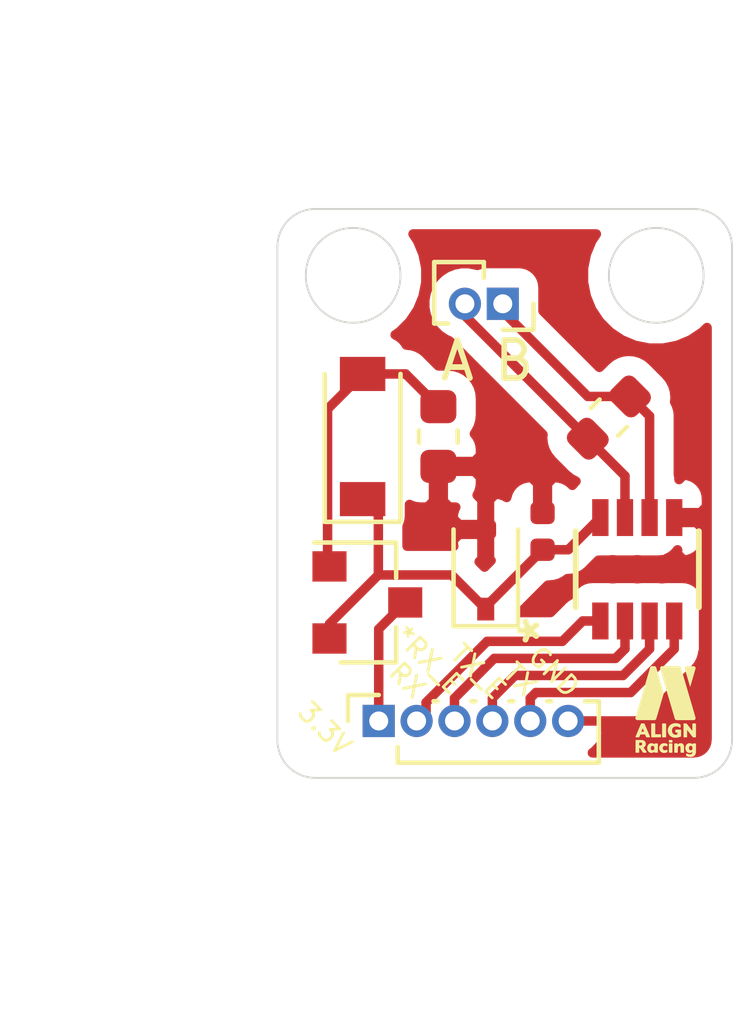
<source format=kicad_pcb>
(kicad_pcb (version 20171130) (host pcbnew "(5.1.6)-1")

  (general
    (thickness 1.6)
    (drawings 18)
    (tracks 53)
    (zones 0)
    (modules 10)
    (nets 11)
  )

  (page A4)
  (layers
    (0 F.Cu signal)
    (31 B.Cu signal)
    (32 B.Adhes user)
    (33 F.Adhes user)
    (34 B.Paste user)
    (35 F.Paste user)
    (36 B.SilkS user)
    (37 F.SilkS user)
    (38 B.Mask user)
    (39 F.Mask user)
    (40 Dwgs.User user)
    (41 Cmts.User user)
    (42 Eco1.User user)
    (43 Eco2.User user)
    (44 Edge.Cuts user)
    (45 Margin user)
    (46 B.CrtYd user)
    (47 F.CrtYd user)
    (48 B.Fab user)
    (49 F.Fab user)
  )

  (setup
    (last_trace_width 0.25)
    (trace_clearance 0.2)
    (zone_clearance 0.508)
    (zone_45_only no)
    (trace_min 0.2)
    (via_size 0.8)
    (via_drill 0.4)
    (via_min_size 0.4)
    (via_min_drill 0.3)
    (uvia_size 0.3)
    (uvia_drill 0.1)
    (uvias_allowed no)
    (uvia_min_size 0.2)
    (uvia_min_drill 0.1)
    (edge_width 0.05)
    (segment_width 0.2)
    (pcb_text_width 0.3)
    (pcb_text_size 1.5 1.5)
    (mod_edge_width 0.12)
    (mod_text_size 1 1)
    (mod_text_width 0.15)
    (pad_size 1.524 1.524)
    (pad_drill 0.762)
    (pad_to_mask_clearance 0.05)
    (aux_axis_origin 0 0)
    (visible_elements 7FFFFFFF)
    (pcbplotparams
      (layerselection 0x010fc_ffffffff)
      (usegerberextensions false)
      (usegerberattributes true)
      (usegerberadvancedattributes true)
      (creategerberjobfile true)
      (excludeedgelayer true)
      (linewidth 0.100000)
      (plotframeref false)
      (viasonmask false)
      (mode 1)
      (useauxorigin false)
      (hpglpennumber 1)
      (hpglpenspeed 20)
      (hpglpendiameter 15.000000)
      (psnegative false)
      (psa4output false)
      (plotreference true)
      (plotvalue true)
      (plotinvisibletext false)
      (padsonsilk false)
      (subtractmaskfromsilk false)
      (outputformat 1)
      (mirror false)
      (drillshape 1)
      (scaleselection 1)
      (outputdirectory ""))
  )

  (net 0 "")
  (net 1 +3V3)
  (net 2 GND)
  (net 3 TX)
  (net 4 TX_Enable)
  (net 5 *RX_Enable)
  (net 6 RX)
  (net 7 /A)
  (net 8 /B)
  (net 9 3.3_filtered)
  (net 10 "Net-(D2-Pad2)")

  (net_class Default "This is the default net class."
    (clearance 0.2)
    (trace_width 0.25)
    (via_dia 0.8)
    (via_drill 0.4)
    (uvia_dia 0.3)
    (uvia_drill 0.1)
    (add_net *RX_Enable)
    (add_net +3V3)
    (add_net /A)
    (add_net /B)
    (add_net 3.3_filtered)
    (add_net GND)
    (add_net "Net-(D2-Pad2)")
    (add_net RX)
    (add_net TX)
    (add_net TX_Enable)
  )

  (module RS485:AlignLogo (layer F.Cu) (tedit 0) (tstamp 5FADE737)
    (at 158.25 93.25)
    (fp_text reference G*** (at 0 0) (layer F.SilkS) hide
      (effects (font (size 1.524 1.524) (thickness 0.3)))
    )
    (fp_text value LOGO (at 0.75 0) (layer F.SilkS) hide
      (effects (font (size 1.524 1.524) (thickness 0.3)))
    )
    (fp_poly (pts (xy 0.643967 0.841588) (xy 0.65352 0.842801) (xy 0.65913 0.843974) (xy 0.665921 0.846124)
      (xy 0.6737 0.849226) (xy 0.681659 0.852902) (xy 0.688991 0.856773) (xy 0.694891 0.860459)
      (xy 0.696104 0.86135) (xy 0.699776 0.86398) (xy 0.703014 0.86597) (xy 0.70453 0.866673)
      (xy 0.708502 0.866751) (xy 0.712112 0.864782) (xy 0.714853 0.861258) (xy 0.716214 0.856668)
      (xy 0.71628 0.855377) (xy 0.717315 0.852315) (xy 0.719626 0.849722) (xy 0.720761 0.848919)
      (xy 0.722088 0.848298) (xy 0.723927 0.847836) (xy 0.726596 0.847509) (xy 0.730416 0.847295)
      (xy 0.735707 0.847169) (xy 0.742789 0.847109) (xy 0.751981 0.84709) (xy 0.75568 0.84709)
      (xy 0.765705 0.847101) (xy 0.773506 0.847151) (xy 0.779399 0.84726) (xy 0.7837 0.847449)
      (xy 0.786724 0.847741) (xy 0.788787 0.848156) (xy 0.790206 0.848717) (xy 0.791296 0.849444)
      (xy 0.791386 0.849517) (xy 0.794385 0.851944) (xy 0.794763 0.952069) (xy 0.794829 0.97349)
      (xy 0.794855 0.992546) (xy 0.794833 1.009414) (xy 0.794758 1.024269) (xy 0.794624 1.037287)
      (xy 0.794426 1.048644) (xy 0.794158 1.058515) (xy 0.793814 1.067076) (xy 0.793388 1.074503)
      (xy 0.792875 1.080972) (xy 0.79227 1.086657) (xy 0.791565 1.091736) (xy 0.790757 1.096383)
      (xy 0.789947 1.100287) (xy 0.785169 1.11662) (xy 0.778435 1.131654) (xy 0.769871 1.1452)
      (xy 0.7596 1.157068) (xy 0.747746 1.167068) (xy 0.745073 1.168909) (xy 0.735021 1.17504)
      (xy 0.724963 1.179968) (xy 0.71422 1.183955) (xy 0.702115 1.187263) (xy 0.69215 1.189377)
      (xy 0.687406 1.190061) (xy 0.680867 1.19069) (xy 0.673109 1.19124) (xy 0.664707 1.191687)
      (xy 0.656239 1.192007) (xy 0.648279 1.192175) (xy 0.641405 1.192169) (xy 0.636191 1.191965)
      (xy 0.634365 1.191777) (xy 0.616352 1.188854) (xy 0.600267 1.18549) (xy 0.585516 1.181529)
      (xy 0.571503 1.176816) (xy 0.561054 1.172667) (xy 0.555174 1.170156) (xy 0.550764 1.167994)
      (xy 0.54762 1.165776) (xy 0.545539 1.163096) (xy 0.544317 1.159551) (xy 0.54375 1.154736)
      (xy 0.543634 1.148244) (xy 0.543767 1.139672) (xy 0.543793 1.13834) (xy 0.543956 1.130581)
      (xy 0.544143 1.124957) (xy 0.544411 1.121064) (xy 0.544819 1.118498) (xy 0.545427 1.116855)
      (xy 0.546292 1.11573) (xy 0.547193 1.114945) (xy 0.549988 1.113236) (xy 0.553071 1.112716)
      (xy 0.556942 1.11345) (xy 0.562103 1.115505) (xy 0.56613 1.117452) (xy 0.583238 1.124853)
      (xy 0.601139 1.1302) (xy 0.620179 1.133579) (xy 0.63754 1.134968) (xy 0.645828 1.135201)
      (xy 0.652268 1.135116) (xy 0.657539 1.134676) (xy 0.662316 1.133846) (xy 0.663437 1.133591)
      (xy 0.675356 1.129704) (xy 0.685469 1.124088) (xy 0.693796 1.116713) (xy 0.70036 1.107548)
      (xy 0.705182 1.096564) (xy 0.708284 1.083731) (xy 0.709648 1.070009) (xy 0.710301 1.054804)
      (xy 0.701543 1.062835) (xy 0.693698 1.068992) (xy 0.684133 1.074864) (xy 0.673664 1.080026)
      (xy 0.663107 1.084049) (xy 0.658495 1.085386) (xy 0.650936 1.086753) (xy 0.641721 1.087531)
      (xy 0.631662 1.087729) (xy 0.621571 1.087353) (xy 0.612261 1.086412) (xy 0.604544 1.084913)
      (xy 0.604337 1.084858) (xy 0.589383 1.079504) (xy 0.575628 1.071988) (xy 0.563196 1.062452)
      (xy 0.552211 1.051036) (xy 0.542797 1.037879) (xy 0.535077 1.023121) (xy 0.529176 1.006904)
      (xy 0.526651 0.996955) (xy 0.525142 0.987545) (xy 0.524227 0.976564) (xy 0.523905 0.964796)
      (xy 0.523924 0.96393) (xy 0.608109 0.96393) (xy 0.608975 0.977959) (xy 0.611681 0.990515)
      (xy 0.616159 1.001491) (xy 0.622342 1.010783) (xy 0.630164 1.018285) (xy 0.639556 1.023893)
      (xy 0.648335 1.02699) (xy 0.656441 1.028133) (xy 0.665491 1.027828) (xy 0.674398 1.026162)
      (xy 0.679139 1.024578) (xy 0.688426 1.019692) (xy 0.696168 1.013078) (xy 0.702541 1.004541)
      (xy 0.707721 0.993887) (xy 0.70831 0.992351) (xy 0.709873 0.987659) (xy 0.710935 0.982986)
      (xy 0.71162 0.977551) (xy 0.712056 0.970567) (xy 0.712145 0.968375) (xy 0.712172 0.957116)
      (xy 0.711244 0.947562) (xy 0.709234 0.939014) (xy 0.706014 0.930775) (xy 0.704797 0.928265)
      (xy 0.698745 0.918932) (xy 0.691065 0.911354) (xy 0.682084 0.905681) (xy 0.672127 0.902061)
      (xy 0.661521 0.900644) (xy 0.650591 0.901578) (xy 0.647742 0.902223) (xy 0.637249 0.906129)
      (xy 0.628263 0.912026) (xy 0.620849 0.919816) (xy 0.615068 0.929401) (xy 0.610984 0.940684)
      (xy 0.608659 0.953565) (xy 0.608109 0.96393) (xy 0.523924 0.96393) (xy 0.524175 0.953029)
      (xy 0.525035 0.942045) (xy 0.526485 0.932631) (xy 0.526751 0.931415) (xy 0.531303 0.915198)
      (xy 0.53719 0.900864) (xy 0.544621 0.888018) (xy 0.553805 0.876266) (xy 0.558687 0.871107)
      (xy 0.570405 0.860751) (xy 0.582643 0.852725) (xy 0.595802 0.846823) (xy 0.610282 0.84284)
      (xy 0.61526 0.841936) (xy 0.623797 0.841107) (xy 0.633712 0.841007) (xy 0.643967 0.841588)) (layer F.SilkS) (width 0.01))
    (fp_poly (pts (xy -0.365074 0.841281) (xy -0.34997 0.843537) (xy -0.335386 0.848017) (xy -0.321019 0.854816)
      (xy -0.306568 0.864027) (xy -0.306102 0.864361) (xy -0.301526 0.866437) (xy -0.297186 0.866325)
      (xy -0.293617 0.864279) (xy -0.291353 0.860557) (xy -0.29083 0.857051) (xy -0.289734 0.85298)
      (xy -0.287713 0.850207) (xy -0.284596 0.84709) (xy -0.218325 0.84709) (xy -0.215208 0.850207)
      (xy -0.21209 0.853324) (xy -0.21209 1.075805) (xy -0.215208 1.078922) (xy -0.218325 1.08204)
      (xy -0.284596 1.08204) (xy -0.287713 1.078922) (xy -0.29031 1.07483) (xy -0.29083 1.07188)
      (xy -0.292047 1.067386) (xy -0.29409 1.064695) (xy -0.297257 1.0625) (xy -0.300794 1.062166)
      (xy -0.305067 1.063758) (xy -0.310446 1.06734) (xy -0.310762 1.067581) (xy -0.317325 1.071937)
      (xy -0.325495 1.076339) (xy -0.334379 1.080365) (xy -0.343088 1.083592) (xy -0.346886 1.084717)
      (xy -0.355611 1.086444) (xy -0.365825 1.087511) (xy -0.376551 1.087883) (xy -0.386816 1.087525)
      (xy -0.395391 1.086452) (xy -0.410714 1.082305) (xy -0.424898 1.075949) (xy -0.437837 1.067493)
      (xy -0.449423 1.057047) (xy -0.45955 1.044723) (xy -0.46811 1.030632) (xy -0.474997 1.014883)
      (xy -0.479721 0.999201) (xy -0.480735 0.9933) (xy -0.481474 0.985477) (xy -0.481939 0.976334)
      (xy -0.482129 0.966474) (xy -0.482113 0.964565) (xy -0.39878 0.964565) (xy -0.398133 0.975192)
      (xy -0.396313 0.985734) (xy -0.393508 0.995307) (xy -0.391121 1.000837) (xy -0.387554 1.006399)
      (xy -0.382606 1.012284) (xy -0.37708 1.017637) (xy -0.371782 1.021599) (xy -0.371488 1.021774)
      (xy -0.361634 1.026121) (xy -0.351104 1.028154) (xy -0.340295 1.027864) (xy -0.329601 1.02524)
      (xy -0.324251 1.022966) (xy -0.314817 1.016977) (xy -0.307113 1.009161) (xy -0.301171 0.999579)
      (xy -0.297022 0.988294) (xy -0.294697 0.975366) (xy -0.294171 0.96393) (xy -0.294999 0.950568)
      (xy -0.297394 0.938982) (xy -0.301468 0.928862) (xy -0.307336 0.9199) (xy -0.312497 0.914224)
      (xy -0.319153 0.908508) (xy -0.325853 0.904608) (xy -0.333269 0.902266) (xy -0.342073 0.901226)
      (xy -0.34671 0.901114) (xy -0.352714 0.901183) (xy -0.357073 0.90154) (xy -0.360682 0.902355)
      (xy -0.364434 0.903799) (xy -0.36703 0.904994) (xy -0.376552 0.910865) (xy -0.384483 0.918632)
      (xy -0.390747 0.928152) (xy -0.395267 0.939282) (xy -0.397968 0.95188) (xy -0.39878 0.964565)
      (xy -0.482113 0.964565) (xy -0.482044 0.956499) (xy -0.481684 0.947011) (xy -0.481049 0.938615)
      (xy -0.48014 0.931911) (xy -0.479721 0.929928) (xy -0.474407 0.912566) (xy -0.467358 0.896875)
      (xy -0.458669 0.88294) (xy -0.448435 0.870847) (xy -0.436751 0.860683) (xy -0.423713 0.852531)
      (xy -0.409416 0.846479) (xy -0.393954 0.84261) (xy -0.381 0.841156) (xy -0.365074 0.841281)) (layer F.SilkS) (width 0.01))
    (fp_poly (pts (xy -0.030357 0.841246) (xy -0.014198 0.842895) (xy 0.00141 0.84582) (xy 0.015868 0.849962)
      (xy 0.027356 0.854662) (xy 0.032736 0.857319) (xy 0.036733 0.859633) (xy 0.039553 0.86203)
      (xy 0.0414 0.864938) (xy 0.042482 0.868787) (xy 0.043002 0.874003) (xy 0.043166 0.881013)
      (xy 0.04318 0.887618) (xy 0.04312 0.896399) (xy 0.04288 0.902984) (xy 0.042364 0.907718)
      (xy 0.041479 0.910944) (xy 0.04013 0.913006) (xy 0.038224 0.914247) (xy 0.035672 0.91501)
      (xy 0.032638 0.915096) (xy 0.028785 0.913993) (xy 0.024108 0.911849) (xy 0.012629 0.907159)
      (xy 0.00007 0.903953) (xy -0.01282 0.902339) (xy -0.025295 0.902423) (xy -0.033655 0.903606)
      (xy -0.044188 0.906455) (xy -0.053024 0.910362) (xy -0.060914 0.915698) (xy -0.064621 0.91891)
      (xy -0.072492 0.927899) (xy -0.078348 0.938318) (xy -0.081955 0.949617) (xy -0.083394 0.958437)
      (xy -0.083614 0.966423) (xy -0.082613 0.974856) (xy -0.081898 0.978512) (xy -0.078173 0.990641)
      (xy -0.07254 1.001143) (xy -0.065108 1.009937) (xy -0.055981 1.016944) (xy -0.045266 1.022084)
      (xy -0.033072 1.025278) (xy -0.019503 1.026445) (xy -0.01778 1.026445) (xy -0.003206 1.025381)
      (xy 0.010451 1.02233) (xy 0.023471 1.017372) (xy 0.029062 1.014992) (xy 0.03301 1.013821)
      (xy 0.035892 1.013833) (xy 0.038282 1.014999) (xy 0.040062 1.016577) (xy 0.041201 1.017798)
      (xy 0.042022 1.019104) (xy 0.042577 1.020905) (xy 0.042919 1.023611) (xy 0.043098 1.027632)
      (xy 0.043168 1.033376) (xy 0.04318 1.041171) (xy 0.043148 1.04985) (xy 0.042921 1.056413)
      (xy 0.042296 1.061282) (xy 0.041072 1.064881) (xy 0.039048 1.067634) (xy 0.036024 1.069963)
      (xy 0.031797 1.072291) (xy 0.027356 1.074467) (xy 0.015159 1.079385) (xy 0.001222 1.08332)
      (xy -0.013814 1.086183) (xy -0.029311 1.087886) (xy -0.04463 1.088339) (xy -0.059132 1.087454)
      (xy -0.062758 1.086984) (xy -0.07989 1.083276) (xy -0.096118 1.077351) (xy -0.111211 1.069351)
      (xy -0.12494 1.059415) (xy -0.137075 1.047685) (xy -0.146358 1.035835) (xy -0.152552 1.025462)
      (xy -0.158113 1.0137) (xy -0.162527 1.001701) (xy -0.164096 0.996158) (xy -0.165755 0.987203)
      (xy -0.166777 0.976589) (xy -0.167163 0.96511) (xy -0.166912 0.953556) (xy -0.166023 0.94272)
      (xy -0.164496 0.933394) (xy -0.164119 0.931797) (xy -0.158824 0.9157) (xy -0.151358 0.900532)
      (xy -0.14193 0.886601) (xy -0.130747 0.874217) (xy -0.118557 0.864073) (xy -0.110089 0.858716)
      (xy -0.10012 0.853529) (xy -0.089644 0.848971) (xy -0.079657 0.845499) (xy -0.076145 0.844547)
      (xy -0.06193 0.842014) (xy -0.046467 0.840933) (xy -0.030357 0.841246)) (layer F.SilkS) (width 0.01))
    (fp_poly (pts (xy -0.702352 0.755994) (xy -0.685607 0.756104) (xy -0.671198 0.756214) (xy -0.658924 0.756331)
      (xy -0.648583 0.756461) (xy -0.639971 0.75661) (xy -0.632885 0.756783) (xy -0.627124 0.756987)
      (xy -0.622485 0.757228) (xy -0.618764 0.757513) (xy -0.61576 0.757846) (xy -0.61327 0.758234)
      (xy -0.611091 0.758684) (xy -0.610904 0.758727) (xy -0.594012 0.763693) (xy -0.57912 0.770215)
      (xy -0.566198 0.778318) (xy -0.555221 0.788026) (xy -0.546159 0.799365) (xy -0.538986 0.812359)
      (xy -0.533673 0.827034) (xy -0.533222 0.828675) (xy -0.531537 0.837373) (xy -0.530574 0.847604)
      (xy -0.530333 0.858514) (xy -0.530814 0.86925) (xy -0.532019 0.878956) (xy -0.533183 0.884284)
      (xy -0.538346 0.89876) (xy -0.545615 0.911825) (xy -0.554998 0.923487) (xy -0.566499 0.933752)
      (xy -0.580124 0.942628) (xy -0.5842 0.944804) (xy -0.586727 0.947381) (xy -0.587683 0.951205)
      (xy -0.586915 0.955414) (xy -0.586322 0.95663) (xy -0.585162 0.958411) (xy -0.582679 0.962051)
      (xy -0.579022 0.967337) (xy -0.574339 0.974057) (xy -0.568778 0.981998) (xy -0.562488 0.990949)
      (xy -0.555616 1.000696) (xy -0.548313 1.011029) (xy -0.546213 1.013994) (xy -0.538862 1.0244)
      (xy -0.531948 1.034245) (xy -0.525614 1.043321) (xy -0.52 1.051423) (xy -0.51525 1.058345)
      (xy -0.511505 1.06388) (xy -0.508907 1.067822) (xy -0.507599 1.069965) (xy -0.507478 1.070229)
      (xy -0.507474 1.073556) (xy -0.508839 1.077295) (xy -0.511048 1.080299) (xy -0.512502 1.081251)
      (xy -0.514247 1.081447) (xy -0.518203 1.081625) (xy -0.524043 1.08178) (xy -0.531438 1.081904)
      (xy -0.540061 1.081991) (xy -0.549583 1.082035) (xy -0.553684 1.08204) (xy -0.564781 1.082029)
      (xy -0.573617 1.081986) (xy -0.580472 1.081897) (xy -0.585623 1.081746) (xy -0.589351 1.08152)
      (xy -0.591934 1.081202) (xy -0.593652 1.080777) (xy -0.594782 1.080232) (xy -0.595322 1.079817)
      (xy -0.596491 1.078368) (xy -0.598937 1.075011) (xy -0.602522 1.069946) (xy -0.607106 1.063375)
      (xy -0.612551 1.055497) (xy -0.618718 1.046513) (xy -0.625467 1.036624) (xy -0.632661 1.02603)
      (xy -0.636869 1.01981) (xy -0.644273 1.00888) (xy -0.65133 0.998523) (xy -0.657899 0.988941)
      (xy -0.663839 0.980338) (xy -0.669007 0.972918) (xy -0.673264 0.966884) (xy -0.676466 0.96244)
      (xy -0.678472 0.959789) (xy -0.679017 0.959167) (xy -0.681466 0.957445) (xy -0.684553 0.956572)
      (xy -0.689175 0.956311) (xy -0.689739 0.95631) (xy -0.694383 0.956489) (xy -0.697407 0.957204)
      (xy -0.699713 0.958716) (xy -0.700463 0.959427) (xy -0.70358 0.962544) (xy -0.70358 1.075805)
      (xy -0.706698 1.078922) (xy -0.709815 1.08204) (xy -0.747167 1.08204) (xy -0.757909 1.082032)
      (xy -0.766406 1.081998) (xy -0.772955 1.081919) (xy -0.77785 1.081773) (xy -0.781388 1.081544)
      (xy -0.783863 1.081211) (xy -0.785572 1.080756) (xy -0.786809 1.08016) (xy -0.787864 1.079407)
      (xy -0.79121 1.076775) (xy -0.79121 0.820304) (xy -0.70358 0.820304) (xy -0.70358 0.894195)
      (xy -0.700328 0.897448) (xy -0.697075 0.9007) (xy -0.67334 0.900114) (xy -0.664113 0.899834)
      (xy -0.65701 0.899479) (xy -0.651614 0.899011) (xy -0.64751 0.89839) (xy -0.644282 0.897575)
      (xy -0.643255 0.897227) (xy -0.634137 0.892939) (xy -0.627081 0.887357) (xy -0.621991 0.880335)
      (xy -0.618771 0.871724) (xy -0.617325 0.861376) (xy -0.61722 0.85725) (xy -0.618058 0.846249)
      (xy -0.620636 0.837037) (xy -0.62505 0.829466) (xy -0.631396 0.823389) (xy -0.63977 0.818658)
      (xy -0.643255 0.817272) (xy -0.64627 0.816378) (xy -0.650011 0.815692) (xy -0.654893 0.815173)
      (xy -0.661335 0.814782) (xy -0.66975 0.81448) (xy -0.67334 0.814385) (xy -0.697075 0.813799)
      (xy -0.700328 0.817051) (xy -0.70358 0.820304) (xy -0.79121 0.820304) (xy -0.79121 0.760914)
      (xy -0.78776 0.7582) (xy -0.784309 0.755485) (xy -0.702352 0.755994)) (layer F.SilkS) (width 0.01))
    (fp_poly (pts (xy 0.141954 0.847097) (xy 0.150275 0.847134) (xy 0.156644 0.847218) (xy 0.161356 0.847369)
      (xy 0.164705 0.847606) (xy 0.166985 0.847949) (xy 0.168489 0.848416) (xy 0.169513 0.849028)
      (xy 0.17018 0.84963) (xy 0.17062 0.850115) (xy 0.171006 0.850743) (xy 0.171341 0.851671)
      (xy 0.17163 0.85306) (xy 0.171875 0.855069) (xy 0.17208 0.857859) (xy 0.172248 0.861588)
      (xy 0.172384 0.866416) (xy 0.17249 0.872504) (xy 0.17257 0.88001) (xy 0.172627 0.889094)
      (xy 0.172666 0.899917) (xy 0.172689 0.912637) (xy 0.1727 0.927415) (xy 0.172702 0.94441)
      (xy 0.1727 0.963781) (xy 0.1727 0.964247) (xy 0.172687 0.980915) (xy 0.172654 0.996865)
      (xy 0.172603 1.011913) (xy 0.172536 1.025874) (xy 0.172454 1.038565) (xy 0.172358 1.049802)
      (xy 0.172251 1.0594) (xy 0.172133 1.067176) (xy 0.172006 1.072946) (xy 0.171873 1.076525)
      (xy 0.171748 1.077722) (xy 0.170706 1.078956) (xy 0.169223 1.079932) (xy 0.167019 1.080681)
      (xy 0.163809 1.081231) (xy 0.159311 1.081612) (xy 0.153243 1.081854) (xy 0.145322 1.081985)
      (xy 0.135266 1.082035) (xy 0.1302 1.08204) (xy 0.095134 1.08204) (xy 0.092017 1.078922)
      (xy 0.0889 1.075805) (xy 0.0889 0.853324) (xy 0.095134 0.84709) (xy 0.131387 0.84709)
      (xy 0.141954 0.847097)) (layer F.SilkS) (width 0.01))
    (fp_poly (pts (xy 0.39624 0.841478) (xy 0.403886 0.84157) (xy 0.409653 0.8418) (xy 0.414201 0.842247)
      (xy 0.418192 0.842993) (xy 0.422285 0.844117) (xy 0.424914 0.844957) (xy 0.43761 0.850394)
      (xy 0.448747 0.857833) (xy 0.458317 0.867264) (xy 0.466309 0.878674) (xy 0.472712 0.892051)
      (xy 0.476532 0.903605) (xy 0.477103 0.905734) (xy 0.477592 0.907817) (xy 0.478007 0.910063)
      (xy 0.478355 0.912682) (xy 0.478644 0.915882) (xy 0.478882 0.919872) (xy 0.479076 0.924862)
      (xy 0.479232 0.931061) (xy 0.47936 0.938677) (xy 0.479466 0.94792) (xy 0.479558 0.958999)
      (xy 0.479643 0.972122) (xy 0.479729 0.9875) (xy 0.479762 0.993756) (xy 0.479826 1.007843)
      (xy 0.479866 1.021223) (xy 0.479883 1.033672) (xy 0.479878 1.044965) (xy 0.479851 1.05488)
      (xy 0.479803 1.063192) (xy 0.479735 1.069677) (xy 0.479647 1.074112) (xy 0.47954 1.076272)
      (xy 0.479518 1.076406) (xy 0.478927 1.077973) (xy 0.477852 1.079222) (xy 0.476029 1.080188)
      (xy 0.473192 1.080908) (xy 0.469078 1.081416) (xy 0.463423 1.081748) (xy 0.455962 1.081939)
      (xy 0.446432 1.082024) (xy 0.437397 1.08204) (xy 0.402474 1.08204) (xy 0.399357 1.078922)
      (xy 0.39624 1.075805) (xy 0.396217 1.00939) (xy 0.396198 0.993687) (xy 0.396148 0.980321)
      (xy 0.396062 0.969088) (xy 0.395935 0.959784) (xy 0.395762 0.952206) (xy 0.395539 0.946151)
      (xy 0.39526 0.941415) (xy 0.394921 0.937794) (xy 0.394517 0.935086) (xy 0.394407 0.934537)
      (xy 0.391619 0.924826) (xy 0.387739 0.91733) (xy 0.382582 0.91189) (xy 0.375959 0.908346)
      (xy 0.367686 0.90654) (xy 0.361186 0.906224) (xy 0.355553 0.906457) (xy 0.351027 0.907338)
      (xy 0.346277 0.909181) (xy 0.343908 0.910311) (xy 0.334726 0.91622) (xy 0.326852 0.92416)
      (xy 0.320562 0.933842) (xy 0.319639 0.935706) (xy 0.315595 0.944245) (xy 0.31496 1.00965)
      (xy 0.314807 1.024721) (xy 0.314657 1.037455) (xy 0.314492 1.048057) (xy 0.314295 1.056729)
      (xy 0.314051 1.063676) (xy 0.313743 1.0691) (xy 0.313354 1.073205) (xy 0.312868 1.076196)
      (xy 0.312269 1.078274) (xy 0.31154 1.079644) (xy 0.310664 1.08051) (xy 0.309626 1.081074)
      (xy 0.309176 1.081255) (xy 0.307411 1.08146) (xy 0.303453 1.081644) (xy 0.297649 1.081802)
      (xy 0.290344 1.081925) (xy 0.281886 1.082006) (xy 0.272621 1.082039) (xy 0.271618 1.08204)
      (xy 0.236104 1.08204) (xy 0.232987 1.078922) (xy 0.22987 1.075805) (xy 0.22987 0.853324)
      (xy 0.236104 0.84709) (xy 0.269676 0.84709) (xy 0.280587 0.847096) (xy 0.289235 0.84717)
      (xy 0.295896 0.847395) (xy 0.300847 0.847852) (xy 0.304363 0.848625) (xy 0.306722 0.849796)
      (xy 0.308201 0.851447) (xy 0.309074 0.853662) (xy 0.30962 0.856522) (xy 0.309978 0.859121)
      (xy 0.311008 0.864457) (xy 0.312596 0.867815) (xy 0.315142 0.86975) (xy 0.318255 0.870672)
      (xy 0.32041 0.870862) (xy 0.322505 0.870282) (xy 0.325108 0.868632) (xy 0.328784 0.865612)
      (xy 0.330303 0.864287) (xy 0.337562 0.858781) (xy 0.346437 0.853392) (xy 0.356029 0.848593)
      (xy 0.36544 0.844858) (xy 0.36957 0.843598) (xy 0.374259 0.842577) (xy 0.379687 0.841913)
      (xy 0.386429 0.84156) (xy 0.395059 0.841473) (xy 0.39624 0.841478)) (layer F.SilkS) (width 0.01))
    (fp_poly (pts (xy 0.141264 0.755674) (xy 0.150071 0.755767) (xy 0.156903 0.755957) (xy 0.162044 0.756274)
      (xy 0.165774 0.756748) (xy 0.168378 0.757408) (xy 0.170137 0.758282) (xy 0.171334 0.759402)
      (xy 0.171748 0.759967) (xy 0.172043 0.761628) (xy 0.172302 0.765404) (xy 0.172508 0.770873)
      (xy 0.172646 0.777609) (xy 0.1727 0.785177) (xy 0.17269 0.793564) (xy 0.172619 0.799787)
      (xy 0.172451 0.804223) (xy 0.172151 0.807247) (xy 0.171683 0.809236) (xy 0.171011 0.810565)
      (xy 0.17018 0.81153) (xy 0.169328 0.812269) (xy 0.16823 0.81285) (xy 0.166591 0.81329)
      (xy 0.164116 0.81361) (xy 0.160512 0.813828) (xy 0.155485 0.813963) (xy 0.14874 0.814036)
      (xy 0.139983 0.814065) (xy 0.131387 0.81407) (xy 0.095134 0.81407) (xy 0.092017 0.810952)
      (xy 0.090911 0.809773) (xy 0.090104 0.808516) (xy 0.089547 0.806787) (xy 0.089196 0.804196)
      (xy 0.089002 0.800348) (xy 0.088919 0.794852) (xy 0.0889 0.787316) (xy 0.0889 0.78486)
      (xy 0.088909 0.7767) (xy 0.08897 0.770687) (xy 0.08913 0.76643) (xy 0.089433 0.763535)
      (xy 0.089929 0.761611) (xy 0.090664 0.760264) (xy 0.091684 0.759102) (xy 0.092017 0.758767)
      (xy 0.095134 0.75565) (xy 0.1302 0.75565) (xy 0.141264 0.755674)) (layer F.SilkS) (width 0.01))
    (fp_poly (pts (xy 0.279513 0.313646) (xy 0.300032 0.31595) (xy 0.320234 0.319641) (xy 0.339369 0.324633)
      (xy 0.341333 0.325244) (xy 0.348917 0.327899) (xy 0.357023 0.331169) (xy 0.365077 0.334781)
      (xy 0.372504 0.338464) (xy 0.378728 0.341944) (xy 0.383174 0.34495) (xy 0.38354 0.345248)
      (xy 0.387985 0.348967) (xy 0.388366 0.38044) (xy 0.388449 0.392419) (xy 0.388375 0.401893)
      (xy 0.388142 0.408893) (xy 0.387751 0.413448) (xy 0.387328 0.415341) (xy 0.384863 0.41862)
      (xy 0.381141 0.420966) (xy 0.378082 0.421629) (xy 0.376441 0.421002) (xy 0.37313 0.419309)
      (xy 0.368642 0.416811) (xy 0.363855 0.414005) (xy 0.347458 0.405339) (xy 0.330383 0.398492)
      (xy 0.312903 0.393474) (xy 0.295289 0.390299) (xy 0.277813 0.388977) (xy 0.260746 0.389521)
      (xy 0.244362 0.391942) (xy 0.22893 0.396252) (xy 0.214724 0.402463) (xy 0.206768 0.407195)
      (xy 0.198773 0.413384) (xy 0.190723 0.421151) (xy 0.183394 0.429674) (xy 0.177562 0.438131)
      (xy 0.177502 0.438233) (xy 0.174849 0.443314) (xy 0.172012 0.449669) (xy 0.169503 0.456131)
      (xy 0.168938 0.457772) (xy 0.16456 0.474173) (xy 0.162098 0.490954) (xy 0.161501 0.507795)
      (xy 0.16272 0.524377) (xy 0.165703 0.54038) (xy 0.1704 0.555485) (xy 0.17676 0.569372)
      (xy 0.184733 0.58172) (xy 0.189489 0.587417) (xy 0.20024 0.597337) (xy 0.21255 0.60543)
      (xy 0.226148 0.611633) (xy 0.240766 0.615882) (xy 0.256134 0.618115) (xy 0.271983 0.618267)
      (xy 0.288043 0.616276) (xy 0.299978 0.613363) (xy 0.303977 0.612129) (xy 0.307012 0.610884)
      (xy 0.309215 0.609282) (xy 0.31072 0.606975) (xy 0.31166 0.603617) (xy 0.312168 0.598859)
      (xy 0.312377 0.592354) (xy 0.312419 0.583756) (xy 0.31242 0.580883) (xy 0.312448 0.571365)
      (xy 0.31236 0.564079) (xy 0.311895 0.558719) (xy 0.31079 0.55498) (xy 0.308786 0.552557)
      (xy 0.305622 0.551145) (xy 0.301035 0.55044) (xy 0.294766 0.550136) (xy 0.286552 0.549928)
      (xy 0.285905 0.54991) (xy 0.277797 0.549639) (xy 0.271847 0.549345) (xy 0.26767 0.548978)
      (xy 0.264885 0.548494) (xy 0.263107 0.547846) (xy 0.261978 0.547009) (xy 0.261215 0.546004)
      (xy 0.260631 0.544489) (xy 0.260196 0.542123) (xy 0.259878 0.538566) (xy 0.259648 0.533478)
      (xy 0.259473 0.526518) (xy 0.259329 0.517739) (xy 0.259212 0.508769) (xy 0.25917 0.501979)
      (xy 0.259231 0.497007) (xy 0.259421 0.493493) (xy 0.259769 0.491078) (xy 0.260301 0.489401)
      (xy 0.261045 0.488101) (xy 0.261644 0.487302) (xy 0.264344 0.48387) (xy 0.330927 0.48387)
      (xy 0.345633 0.483872) (xy 0.358009 0.483885) (xy 0.368266 0.483916) (xy 0.376614 0.483973)
      (xy 0.383264 0.484063) (xy 0.388425 0.484195) (xy 0.392309 0.484375) (xy 0.395125 0.484612)
      (xy 0.397084 0.484914) (xy 0.398396 0.485288) (xy 0.399271 0.485741) (xy 0.399921 0.486283)
      (xy 0.40005 0.48641) (xy 0.400559 0.486977) (xy 0.400996 0.487709) (xy 0.401365 0.488795)
      (xy 0.401672 0.490421) (xy 0.401923 0.492777) (xy 0.402124 0.496051) (xy 0.40228 0.500432)
      (xy 0.402396 0.506107) (xy 0.402479 0.513266) (xy 0.402534 0.522097) (xy 0.402567 0.532788)
      (xy 0.402583 0.545528) (xy 0.402589 0.560505) (xy 0.40259 0.570772) (xy 0.40259 0.652595)
      (xy 0.399456 0.65506) (xy 0.397026 0.656485) (xy 0.39282 0.658475) (xy 0.387458 0.66075)
      (xy 0.38232 0.662752) (xy 0.355565 0.671644) (xy 0.327978 0.678725) (xy 0.300377 0.683797)
      (xy 0.29015 0.685145) (xy 0.281434 0.685941) (xy 0.271343 0.686498) (xy 0.260475 0.686815)
      (xy 0.249427 0.68689) (xy 0.238797 0.686724) (xy 0.229183 0.686316) (xy 0.221183 0.685666)
      (xy 0.217805 0.685223) (xy 0.196104 0.680614) (xy 0.175584 0.673848) (xy 0.156358 0.665025)
      (xy 0.13854 0.654247) (xy 0.122244 0.641616) (xy 0.107582 0.627233) (xy 0.094668 0.611201)
      (xy 0.083615 0.593621) (xy 0.074538 0.574596) (xy 0.067549 0.554226) (xy 0.066217 0.549236)
      (xy 0.063633 0.537364) (xy 0.061908 0.525295) (xy 0.060958 0.512259) (xy 0.060696 0.498475)
      (xy 0.061348 0.480235) (xy 0.063352 0.463587) (xy 0.066853 0.447885) (xy 0.071998 0.432484)
      (xy 0.078931 0.416741) (xy 0.079332 0.415925) (xy 0.089745 0.39759) (xy 0.10207 0.38087)
      (xy 0.116212 0.365826) (xy 0.132071 0.352519) (xy 0.149552 0.341013) (xy 0.168557 0.331368)
      (xy 0.188989 0.323646) (xy 0.21075 0.31791) (xy 0.233743 0.31422) (xy 0.240525 0.31355)
      (xy 0.259428 0.312817) (xy 0.279513 0.313646)) (layer F.SilkS) (width 0.01))
    (fp_poly (pts (xy -0.598389 0.320011) (xy -0.589907 0.320111) (xy -0.582185 0.32029) (xy -0.575636 0.320549)
      (xy -0.570673 0.320886) (xy -0.567707 0.321303) (xy -0.567255 0.32145) (xy -0.564385 0.323669)
      (xy -0.562604 0.326212) (xy -0.561936 0.32776) (xy -0.560342 0.331514) (xy -0.557878 0.337342)
      (xy -0.5546 0.345107) (xy -0.550566 0.354676) (xy -0.545831 0.365914) (xy -0.540453 0.378685)
      (xy -0.534488 0.392857) (xy -0.527994 0.408293) (xy -0.521026 0.424859) (xy -0.513641 0.442421)
      (xy -0.505897 0.460844) (xy -0.497849 0.479993) (xy -0.490709 0.496986) (xy -0.480388 0.521582)
      (xy -0.470803 0.544483) (xy -0.461977 0.565633) (xy -0.453934 0.584976) (xy -0.446695 0.602457)
      (xy -0.440284 0.61802) (xy -0.434724 0.631609) (xy -0.430037 0.643169) (xy -0.426247 0.652642)
      (xy -0.423376 0.659975) (xy -0.421447 0.66511) (xy -0.420484 0.667992) (xy -0.42037 0.668556)
      (xy -0.420409 0.67073) (xy -0.420688 0.672489) (xy -0.421448 0.673878) (xy -0.422934 0.67494)
      (xy -0.425388 0.67572) (xy -0.429051 0.676261) (xy -0.434168 0.676606) (xy -0.440981 0.6768)
      (xy -0.449733 0.676887) (xy -0.460666 0.676909) (xy -0.466725 0.67691) (xy -0.478279 0.676897)
      (xy -0.487557 0.676853) (xy -0.494823 0.676764) (xy -0.500341 0.676618) (xy -0.504376 0.676402)
      (xy -0.507192 0.676104) (xy -0.509053 0.675712) (xy -0.510222 0.675214) (xy -0.510715 0.674846)
      (xy -0.511757 0.673168) (xy -0.513578 0.66944) (xy -0.51604 0.663981) (xy -0.519003 0.65711)
      (xy -0.522327 0.649144) (xy -0.525872 0.640404) (xy -0.526642 0.638474) (xy -0.530597 0.628557)
      (xy -0.533756 0.620737) (xy -0.536249 0.614749) (xy -0.538211 0.610324) (xy -0.539772 0.607198)
      (xy -0.541065 0.605103) (xy -0.542222 0.603772) (xy -0.543376 0.60294) (xy -0.544536 0.60239)
      (xy -0.545948 0.60197) (xy -0.548123 0.601625) (xy -0.551271 0.601351) (xy -0.555601 0.601143)
      (xy -0.561323 0.600997) (xy -0.568646 0.600908) (xy -0.577779 0.600872) (xy -0.588932 0.600884)
      (xy -0.602314 0.600939) (xy -0.609627 0.60098) (xy -0.623713 0.601071) (xy -0.635476 0.601164)
      (xy -0.645134 0.601269) (xy -0.652905 0.601394) (xy -0.659006 0.60155) (xy -0.663654 0.601743)
      (xy -0.667067 0.601983) (xy -0.669463 0.60228) (xy -0.671058 0.602641) (xy -0.672071 0.603076)
      (xy -0.672667 0.603541) (xy -0.67369 0.605267) (xy -0.675476 0.60904) (xy -0.677885 0.614532)
      (xy -0.680778 0.621415) (xy -0.684015 0.629361) (xy -0.687454 0.638044) (xy -0.687805 0.638941)
      (xy -0.691253 0.64769) (xy -0.694502 0.655746) (xy -0.697413 0.662779) (xy -0.699846 0.668462)
      (xy -0.701664 0.672463) (xy -0.702728 0.674453) (xy -0.702786 0.674527) (xy -0.703479 0.675184)
      (xy -0.70449 0.675708) (xy -0.70609 0.676114) (xy -0.708549 0.676417) (xy -0.712137 0.676632)
      (xy -0.717124 0.676774) (xy -0.72378 0.676857) (xy -0.732376 0.676897) (xy -0.743182 0.676909)
      (xy -0.745916 0.67691) (xy -0.757266 0.676901) (xy -0.766346 0.676866) (xy -0.773426 0.676791)
      (xy -0.778776 0.67666) (xy -0.782667 0.676459) (xy -0.785368 0.676174) (xy -0.78715 0.67579)
      (xy -0.788282 0.675292) (xy -0.789036 0.674666) (xy -0.789109 0.674587) (xy -0.790658 0.671622)
      (xy -0.79121 0.668419) (xy -0.790725 0.666843) (xy -0.789307 0.663058) (xy -0.787009 0.657195)
      (xy -0.783886 0.649387) (xy -0.779992 0.639763) (xy -0.775383 0.628456) (xy -0.770113 0.615596)
      (xy -0.764236 0.601315) (xy -0.757806 0.585743) (xy -0.750878 0.569013) (xy -0.743507 0.551255)
      (xy -0.735748 0.532601) (xy -0.734637 0.529934) (xy -0.64516 0.529934) (xy -0.644267 0.53346)
      (xy -0.64262 0.53594) (xy -0.641723 0.536715) (xy -0.640563 0.537315) (xy -0.638829 0.537761)
      (xy -0.636209 0.538076) (xy -0.63239 0.538283) (xy -0.627059 0.538404) (xy -0.619904 0.538462)
      (xy -0.610613 0.538479) (xy -0.60746 0.53848) (xy -0.59751 0.538472) (xy -0.589785 0.538435)
      (xy -0.583966 0.538341) (xy -0.579739 0.538169) (xy -0.576787 0.537891) (xy -0.574793 0.537485)
      (xy -0.573442 0.536926) (xy -0.572417 0.536188) (xy -0.5719 0.535718) (xy -0.569795 0.532881)
      (xy -0.56896 0.530123) (xy -0.569411 0.528161) (xy -0.570673 0.524202) (xy -0.572616 0.51859)
      (xy -0.575109 0.511668) (xy -0.578019 0.503779) (xy -0.581215 0.495267) (xy -0.584565 0.486476)
      (xy -0.587938 0.477748) (xy -0.591203 0.469428) (xy -0.594226 0.46186) (xy -0.596878 0.455385)
      (xy -0.599026 0.450349) (xy -0.600538 0.447095) (xy -0.601183 0.446022) (xy -0.604384 0.444399)
      (xy -0.608444 0.444263) (xy -0.612197 0.445567) (xy -0.61338 0.44651) (xy -0.614442 0.448324)
      (xy -0.616222 0.452181) (xy -0.618588 0.457729) (xy -0.621405 0.464618) (xy -0.62454 0.472498)
      (xy -0.62786 0.481018) (xy -0.631231 0.489828) (xy -0.634519 0.498576) (xy -0.637591 0.506914)
      (xy -0.640313 0.514489) (xy -0.642552 0.520952) (xy -0.644175 0.525951) (xy -0.645047 0.529137)
      (xy -0.64516 0.529934) (xy -0.734637 0.529934) (xy -0.727653 0.513182) (xy -0.719279 0.493128)
      (xy -0.710679 0.472572) (xy -0.701908 0.451645) (xy -0.693021 0.430477) (xy -0.684072 0.4092)
      (xy -0.675115 0.387945) (xy -0.666205 0.366843) (xy -0.657396 0.346026) (xy -0.655208 0.340861)
      (xy -0.652018 0.333518) (xy -0.649518 0.328233) (xy -0.647526 0.324679) (xy -0.645859 0.322529)
      (xy -0.644423 0.321494) (xy -0.642163 0.321049) (xy -0.637776 0.320682) (xy -0.631677 0.320392)
      (xy -0.624276 0.32018) (xy -0.615986 0.320045) (xy -0.607219 0.319989) (xy -0.598389 0.320011)) (layer F.SilkS) (width 0.01))
    (fp_poly (pts (xy -0.318128 0.320055) (xy -0.308447 0.320125) (xy -0.300785 0.320279) (xy -0.294884 0.32055)
      (xy -0.290482 0.320971) (xy -0.28732 0.321574) (xy -0.285137 0.322389) (xy -0.283674 0.32345)
      (xy -0.28267 0.324789) (xy -0.282081 0.325954) (xy -0.281833 0.327379) (xy -0.281612 0.330559)
      (xy -0.281416 0.335568) (xy -0.281245 0.342481) (xy -0.281098 0.351371) (xy -0.280974 0.362314)
      (xy -0.280872 0.375382) (xy -0.280792 0.390652) (xy -0.280733 0.408196) (xy -0.280693 0.428089)
      (xy -0.280673 0.450406) (xy -0.28067 0.464244) (xy -0.28067 0.485699) (xy -0.280666 0.504758)
      (xy -0.280656 0.521567) (xy -0.280637 0.53627) (xy -0.280607 0.549013) (xy -0.280563 0.559939)
      (xy -0.280503 0.569195) (xy -0.280423 0.576924) (xy -0.280321 0.583272) (xy -0.280195 0.588383)
      (xy -0.280041 0.592403) (xy -0.279857 0.595475) (xy -0.279641 0.597746) (xy -0.279389 0.599359)
      (xy -0.279099 0.600459) (xy -0.278769 0.601192) (xy -0.278395 0.601702) (xy -0.27813 0.60198)
      (xy -0.277517 0.602528) (xy -0.276726 0.602991) (xy -0.275552 0.603376) (xy -0.273792 0.603691)
      (xy -0.27124 0.603942) (xy -0.26769 0.604136) (xy -0.262939 0.604281) (xy -0.256781 0.604384)
      (xy -0.249011 0.604452) (xy -0.239425 0.604493) (xy -0.227816 0.604512) (xy -0.213982 0.604519)
      (xy -0.205683 0.60452) (xy -0.135775 0.60452) (xy -0.132658 0.607637) (xy -0.12954 0.610754)
      (xy -0.12954 0.641292) (xy -0.129551 0.650909) (xy -0.1296 0.658311) (xy -0.129712 0.663822)
      (xy -0.129912 0.667768) (xy -0.130225 0.670471) (xy -0.130676 0.672258) (xy -0.13129 0.673453)
      (xy -0.13208 0.67437) (xy -0.132552 0.674797) (xy -0.133161 0.675174) (xy -0.134063 0.675503)
      (xy -0.135411 0.675788) (xy -0.137361 0.676031) (xy -0.140067 0.676237) (xy -0.143684 0.676407)
      (xy -0.148366 0.676546) (xy -0.154268 0.676657) (xy -0.161545 0.676742) (xy -0.170351 0.676806)
      (xy -0.180841 0.676851) (xy -0.19317 0.676881) (xy -0.207492 0.676898) (xy -0.223961 0.676907)
      (xy -0.242733 0.676909) (xy -0.253804 0.67691) (xy -0.273901 0.676908) (xy -0.291613 0.676901)
      (xy -0.307091 0.676885) (xy -0.320491 0.676859) (xy -0.331966 0.676818) (xy -0.341669 0.67676)
      (xy -0.349755 0.676682) (xy -0.356376 0.67658) (xy -0.361687 0.676453) (xy -0.365842 0.676297)
      (xy -0.368993 0.676109) (xy -0.371296 0.675887) (xy -0.372903 0.675626) (xy -0.373968 0.675325)
      (xy -0.374645 0.67498) (xy -0.375087 0.674589) (xy -0.375089 0.674587) (xy -0.375386 0.674117)
      (xy -0.375655 0.673313) (xy -0.375895 0.672051) (xy -0.37611 0.670204) (xy -0.376299 0.667647)
      (xy -0.376465 0.664253) (xy -0.37661 0.659898) (xy -0.376734 0.654455) (xy -0.376839 0.647798)
      (xy -0.376927 0.639802) (xy -0.377 0.630341) (xy -0.377058 0.61929) (xy -0.377103 0.606521)
      (xy -0.377137 0.591911) (xy -0.377161 0.575332) (xy -0.377177 0.556659) (xy -0.377186 0.535767)
      (xy -0.37719 0.512529) (xy -0.37719 0.325304) (xy -0.373844 0.322672) (xy -0.372824 0.321942)
      (xy -0.371633 0.321361) (xy -0.36999 0.320912) (xy -0.367613 0.320578) (xy -0.36422 0.320342)
      (xy -0.359528 0.320188) (xy -0.353254 0.320097) (xy -0.345118 0.320053) (xy -0.334835 0.32004)
      (xy -0.330089 0.32004) (xy -0.318128 0.320055)) (layer F.SilkS) (width 0.01))
    (fp_poly (pts (xy -0.041171 0.320308) (xy 0.001496 0.320675) (xy 0.003923 0.323673) (xy 0.004266 0.324154)
      (xy 0.004576 0.32479) (xy 0.004853 0.325709) (xy 0.0051 0.327039) (xy 0.005318 0.328909)
      (xy 0.005509 0.331446) (xy 0.005675 0.334778) (xy 0.005817 0.339033) (xy 0.005938 0.34434)
      (xy 0.006039 0.350825) (xy 0.006122 0.358619) (xy 0.006189 0.367847) (xy 0.006241 0.378639)
      (xy 0.006281 0.391122) (xy 0.006309 0.405425) (xy 0.006329 0.421675) (xy 0.006341 0.440001)
      (xy 0.006347 0.46053) (xy 0.006349 0.483391) (xy 0.00635 0.499011) (xy 0.006349 0.523388)
      (xy 0.006347 0.545352) (xy 0.00634 0.565033) (xy 0.006328 0.582557) (xy 0.006308 0.598053)
      (xy 0.006279 0.611649) (xy 0.006238 0.623472) (xy 0.006183 0.633651) (xy 0.006114 0.642313)
      (xy 0.006027 0.649587) (xy 0.005921 0.655599) (xy 0.005794 0.660479) (xy 0.005644 0.664354)
      (xy 0.00547 0.667353) (xy 0.005269 0.669602) (xy 0.005039 0.67123) (xy 0.004779 0.672365)
      (xy 0.004487 0.673134) (xy 0.004161 0.673666) (xy 0.003798 0.674089) (xy 0.00376 0.67413)
      (xy 0.00301 0.674877) (xy 0.002122 0.675477) (xy 0.000829 0.675945) (xy -0.001137 0.676298)
      (xy -0.004041 0.676553) (xy -0.008151 0.676724) (xy -0.013734 0.67683) (xy -0.021057 0.676885)
      (xy -0.030387 0.676906) (xy -0.04196 0.67691) (xy -0.05358 0.676904) (xy -0.062927 0.676877)
      (xy -0.070268 0.676814) (xy -0.075869 0.6767) (xy -0.079997 0.676521) (xy -0.082918 0.67626)
      (xy -0.084901 0.675905) (xy -0.08621 0.675439) (xy -0.087114 0.674848) (xy -0.08763 0.67437)
      (xy -0.087989 0.673977) (xy -0.088313 0.673469) (xy -0.088602 0.672717) (xy -0.08886 0.671595)
      (xy -0.089088 0.669975) (xy -0.089288 0.667728) (xy -0.089462 0.664728) (xy -0.089611 0.660847)
      (xy -0.089738 0.655957) (xy -0.089844 0.649931) (xy -0.089931 0.64264) (xy -0.090001 0.633959)
      (xy -0.090056 0.623758) (xy -0.090097 0.611911) (xy -0.090127 0.598289) (xy -0.090148 0.582765)
      (xy -0.09016 0.565213) (xy -0.090167 0.545503) (xy -0.09017 0.523508) (xy -0.09017 0.326274)
      (xy -0.087005 0.323108) (xy -0.083839 0.319942) (xy -0.041171 0.320308)) (layer F.SilkS) (width 0.01))
    (fp_poly (pts (xy 0.763595 0.320091) (xy 0.773413 0.320248) (xy 0.780847 0.320512) (xy 0.785973 0.320888)
      (xy 0.788869 0.321377) (xy 0.789256 0.321519) (xy 0.792293 0.324218) (xy 0.793819 0.327551)
      (xy 0.794034 0.329525) (xy 0.794224 0.333879) (xy 0.794389 0.340627) (xy 0.794528 0.349786)
      (xy 0.794641 0.361369) (xy 0.79473 0.375392) (xy 0.794793 0.391869) (xy 0.794832 0.410817)
      (xy 0.794845 0.432249) (xy 0.794834 0.456181) (xy 0.794798 0.482628) (xy 0.79476 0.501834)
      (xy 0.794705 0.526032) (xy 0.794654 0.547819) (xy 0.794602 0.567324) (xy 0.794549 0.584675)
      (xy 0.794491 0.600001) (xy 0.794428 0.613431) (xy 0.794357 0.625094) (xy 0.794276 0.635118)
      (xy 0.794183 0.643632) (xy 0.794075 0.650765) (xy 0.793951 0.656645) (xy 0.793808 0.661402)
      (xy 0.793645 0.665164) (xy 0.79346 0.66806) (xy 0.793249 0.670219) (xy 0.793012 0.67177)
      (xy 0.792746 0.67284) (xy 0.792449 0.67356) (xy 0.792119 0.674057) (xy 0.791965 0.674236)
      (xy 0.79115 0.675038) (xy 0.790128 0.675661) (xy 0.788593 0.676128) (xy 0.786242 0.676461)
      (xy 0.782768 0.676683) (xy 0.777868 0.676816) (xy 0.771235 0.676884) (xy 0.762566 0.676907)
      (xy 0.755695 0.67691) (xy 0.744642 0.676876) (xy 0.735915 0.676768) (xy 0.729298 0.676576)
      (xy 0.724579 0.676291) (xy 0.721543 0.675904) (xy 0.719977 0.675405) (xy 0.719858 0.675322)
      (xy 0.718791 0.674106) (xy 0.716274 0.671037) (xy 0.712421 0.666263) (xy 0.70735 0.659929)
      (xy 0.701176 0.652182) (xy 0.694016 0.643168) (xy 0.685985 0.633034) (xy 0.677201 0.621925)
      (xy 0.66778 0.609988) (xy 0.657838 0.59737) (xy 0.648974 0.586105) (xy 0.638623 0.572948)
      (xy 0.628656 0.560298) (xy 0.619192 0.548305) (xy 0.610353 0.537121) (xy 0.602259 0.526899)
      (xy 0.595031 0.51779) (xy 0.588789 0.509947) (xy 0.583654 0.503521) (xy 0.579746 0.498665)
      (xy 0.577186 0.495529) (xy 0.576175 0.494347) (xy 0.572217 0.491167) (xy 0.568442 0.490423)
      (xy 0.564481 0.492069) (xy 0.563441 0.492832) (xy 0.56012 0.495444) (xy 0.559777 0.583504)
      (xy 0.559708 0.600609) (xy 0.559641 0.615355) (xy 0.559569 0.627924) (xy 0.559488 0.638497)
      (xy 0.559391 0.647255) (xy 0.559274 0.65438) (xy 0.55913 0.660052) (xy 0.558955 0.664454)
      (xy 0.558742 0.667766) (xy 0.558487 0.670171) (xy 0.558183 0.671848) (xy 0.557826 0.67298)
      (xy 0.557409 0.673748) (xy 0.557015 0.674237) (xy 0.556244 0.675) (xy 0.555278 0.675603)
      (xy 0.553832 0.676063) (xy 0.551618 0.6764) (xy 0.54835 0.676634) (xy 0.54374 0.676782)
      (xy 0.537503 0.676865) (xy 0.52935 0.676901) (xy 0.518995 0.676909) (xy 0.51689 0.67691)
      (xy 0.506059 0.6769) (xy 0.497485 0.67686) (xy 0.490885 0.676774) (xy 0.485975 0.676624)
      (xy 0.482473 0.676395) (xy 0.480095 0.676069) (xy 0.478558 0.675631) (xy 0.47758 0.675063)
      (xy 0.477081 0.674587) (xy 0.476784 0.674117) (xy 0.476515 0.673313) (xy 0.476275 0.672051)
      (xy 0.47606 0.670204) (xy 0.475871 0.667647) (xy 0.475705 0.664253) (xy 0.47556 0.659898)
      (xy 0.475436 0.654455) (xy 0.475331 0.647798) (xy 0.475243 0.639802) (xy 0.47517 0.630341)
      (xy 0.475112 0.61929) (xy 0.475067 0.606521) (xy 0.475033 0.591911) (xy 0.475009 0.575332)
      (xy 0.474993 0.556659) (xy 0.474984 0.535767) (xy 0.47498 0.512529) (xy 0.47498 0.325304)
      (xy 0.478326 0.322672) (xy 0.479499 0.321845) (xy 0.48087 0.321212) (xy 0.482772 0.320747)
      (xy 0.485537 0.320426) (xy 0.489497 0.320222) (xy 0.494987 0.320109) (xy 0.502338 0.320063)
      (xy 0.511883 0.320057) (xy 0.512298 0.320057) (xy 0.521018 0.320093) (xy 0.529014 0.320185)
      (xy 0.535895 0.320324) (xy 0.541271 0.3205) (xy 0.544751 0.320704) (xy 0.545807 0.320847)
      (xy 0.547157 0.322006) (xy 0.550032 0.325156) (xy 0.55441 0.33027) (xy 0.560271 0.337324)
      (xy 0.567594 0.346291) (xy 0.576359 0.357147) (xy 0.586544 0.369865) (xy 0.59813 0.384421)
      (xy 0.611094 0.400788) (xy 0.621253 0.413657) (xy 0.631849 0.42707) (xy 0.642046 0.439926)
      (xy 0.651729 0.452083) (xy 0.660782 0.463397) (xy 0.669089 0.473727) (xy 0.676537 0.48293)
      (xy 0.683009 0.490863) (xy 0.688391 0.497386) (xy 0.692566 0.502354) (xy 0.69542 0.505627)
      (xy 0.696838 0.507061) (xy 0.696911 0.507105) (xy 0.700711 0.507564) (xy 0.704558 0.505957)
      (xy 0.707723 0.502634) (xy 0.708305 0.501611) (xy 0.708633 0.500391) (xy 0.708917 0.498022)
      (xy 0.70916 0.494357) (xy 0.709363 0.489248) (xy 0.709529 0.482548) (xy 0.709662 0.474109)
      (xy 0.709763 0.463784) (xy 0.709836 0.451426) (xy 0.709883 0.436888) (xy 0.709907 0.420021)
      (xy 0.709911 0.411889) (xy 0.70993 0.325304) (xy 0.713276 0.322672) (xy 0.714378 0.32189)
      (xy 0.715665 0.32128) (xy 0.717446 0.320821) (xy 0.72003 0.320492) (xy 0.723724 0.320271)
      (xy 0.728839 0.320136) (xy 0.735682 0.320067) (xy 0.744563 0.320042) (xy 0.751316 0.32004)
      (xy 0.763595 0.320091)) (layer F.SilkS) (width 0.01))
    (fp_poly (pts (xy -0.279156 -1.186467) (xy -0.271248 -1.181528) (xy -0.264205 -1.17514) (xy -0.258614 -1.167915)
      (xy -0.255489 -1.161708) (xy -0.254923 -1.159934) (xy -0.253672 -1.155823) (xy -0.251767 -1.149475)
      (xy -0.249236 -1.140993) (xy -0.246111 -1.130477) (xy -0.24242 -1.118027) (xy -0.238193 -1.103745)
      (xy -0.233461 -1.087731) (xy -0.228252 -1.070086) (xy -0.222596 -1.050911) (xy -0.216524 -1.030307)
      (xy -0.210065 -1.008375) (xy -0.203249 -0.985215) (xy -0.196105 -0.960928) (xy -0.188663 -0.935615)
      (xy -0.180953 -0.909378) (xy -0.173005 -0.882316) (xy -0.164848 -0.854531) (xy -0.156512 -0.826123)
      (xy -0.154316 -0.818636) (xy -0.055643 -0.482246) (xy -0.154259 -0.145556) (xy -0.162627 -0.117)
      (xy -0.170826 -0.089046) (xy -0.178826 -0.061795) (xy -0.186597 -0.035348) (xy -0.194109 -0.009806)
      (xy -0.201334 0.014733) (xy -0.208241 0.038166) (xy -0.2148 0.060394) (xy -0.220981 0.081317)
      (xy -0.226756 0.100833) (xy -0.232094 0.118842) (xy -0.236966 0.135245) (xy -0.241341 0.149939)
      (xy -0.24519 0.162826) (xy -0.248484 0.173804) (xy -0.251192 0.182774) (xy -0.253285 0.189634)
      (xy -0.254734 0.194285) (xy -0.255508 0.196625) (xy -0.255598 0.19685) (xy -0.259507 0.203018)
      (xy -0.265126 0.20924) (xy -0.271735 0.214824) (xy -0.278616 0.219079) (xy -0.278765 0.219153)
      (xy -0.286385 0.222885) (xy -0.520065 0.223083) (xy -0.545815 0.223099) (xy -0.570644 0.223102)
      (xy -0.59444 0.223092) (xy -0.61709 0.223071) (xy -0.638481 0.223039) (xy -0.658499 0.222995)
      (xy -0.677031 0.222942) (xy -0.693964 0.222878) (xy -0.709186 0.222804) (xy -0.722582 0.222721)
      (xy -0.73404 0.22263) (xy -0.743447 0.22253) (xy -0.750689 0.222423) (xy -0.755654 0.222308)
      (xy -0.758228 0.222186) (xy -0.758528 0.222146) (xy -0.766618 0.219112) (xy -0.774593 0.214132)
      (xy -0.781797 0.207742) (xy -0.787574 0.200478) (xy -0.7898 0.19653) (xy -0.793034 0.187558)
      (xy -0.794615 0.177956) (xy -0.794399 0.168724) (xy -0.794084 0.166782) (xy -0.79359 0.16485)
      (xy -0.792407 0.160579) (xy -0.79056 0.154055) (xy -0.788074 0.145365) (xy -0.784975 0.134593)
      (xy -0.781287 0.121825) (xy -0.777036 0.107147) (xy -0.772247 0.090646) (xy -0.766945 0.072406)
      (xy -0.761155 0.052514) (xy -0.754903 0.031056) (xy -0.748213 0.008117) (xy -0.741112 -0.016218)
      (xy -0.733623 -0.041861) (xy -0.725773 -0.068728) (xy -0.717586 -0.096733) (xy -0.709087 -0.125789)
      (xy -0.700303 -0.155811) (xy -0.691257 -0.186714) (xy -0.681976 -0.218411) (xy -0.672484 -0.250816)
      (xy -0.662806 -0.283845) (xy -0.652968 -0.31741) (xy -0.642995 -0.351427) (xy -0.632913 -0.385809)
      (xy -0.622745 -0.42047) (xy -0.612518 -0.455326) (xy -0.602257 -0.490289) (xy -0.591986 -0.525275)
      (xy -0.581732 -0.560197) (xy -0.571518 -0.59497) (xy -0.561372 -0.629508) (xy -0.551316 -0.663725)
      (xy -0.541378 -0.697534) (xy -0.531581 -0.730852) (xy -0.521952 -0.763591) (xy -0.512515 -0.795666)
      (xy -0.503295 -0.826991) (xy -0.494318 -0.85748) (xy -0.485609 -0.887048) (xy -0.477193 -0.915608)
      (xy -0.469095 -0.943076) (xy -0.461341 -0.969364) (xy -0.453955 -0.994388) (xy -0.446964 -1.018061)
      (xy -0.440391 -1.040298) (xy -0.434262 -1.061012) (xy -0.428603 -1.080119) (xy -0.423438 -1.097532)
      (xy -0.418793 -1.113166) (xy -0.414693 -1.126934) (xy -0.411163 -1.138751) (xy -0.408229 -1.148531)
      (xy -0.405915 -1.156189) (xy -0.404246 -1.161638) (xy -0.403249 -1.164793) (xy -0.402967 -1.165582)
      (xy -0.39814 -1.172872) (xy -0.391499 -1.179648) (xy -0.383767 -1.185227) (xy -0.380007 -1.187222)
      (xy -0.372745 -1.190625) (xy -0.287602 -1.190625) (xy -0.279156 -1.186467)) (layer F.SilkS) (width 0.01))
    (fp_poly (pts (xy 0.371101 -1.186459) (xy 0.37937 -1.181223) (xy 0.38668 -1.174357) (xy 0.392338 -1.166546)
      (xy 0.393548 -1.164248) (xy 0.39406 -1.162714) (xy 0.395264 -1.158812) (xy 0.397141 -1.152614)
      (xy 0.399669 -1.144191) (xy 0.402827 -1.133614) (xy 0.406595 -1.120953) (xy 0.410951 -1.106279)
      (xy 0.415876 -1.089663) (xy 0.421347 -1.071176) (xy 0.427344 -1.050888) (xy 0.433847 -1.028871)
      (xy 0.440834 -1.005195) (xy 0.448284 -0.97993) (xy 0.456177 -0.953148) (xy 0.464492 -0.92492)
      (xy 0.473207 -0.895316) (xy 0.482303 -0.864407) (xy 0.491758 -0.832264) (xy 0.501551 -0.798958)
      (xy 0.511662 -0.764559) (xy 0.522069 -0.729138) (xy 0.532752 -0.692767) (xy 0.543689 -0.655515)
      (xy 0.554861 -0.617454) (xy 0.566246 -0.578654) (xy 0.577823 -0.539186) (xy 0.589571 -0.499122)
      (xy 0.590133 -0.497205) (xy 0.60422 -0.449159) (xy 0.617609 -0.403488) (xy 0.630318 -0.360132)
      (xy 0.642365 -0.31903) (xy 0.653768 -0.28012) (xy 0.664544 -0.243342) (xy 0.674711 -0.208634)
      (xy 0.684286 -0.175935) (xy 0.693288 -0.145184) (xy 0.701733 -0.116319) (xy 0.709641 -0.089281)
      (xy 0.717027 -0.064006) (xy 0.72391 -0.040435) (xy 0.730308 -0.018506) (xy 0.736238 0.001842)
      (xy 0.741718 0.020671) (xy 0.746766 0.038041) (xy 0.751399 0.054014) (xy 0.755635 0.068651)
      (xy 0.759491 0.082012) (xy 0.762986 0.09416) (xy 0.766136 0.105155) (xy 0.76896 0.115059)
      (xy 0.771476 0.123932) (xy 0.7737 0.131836) (xy 0.775651 0.138833) (xy 0.777346 0.144982)
      (xy 0.778803 0.150346) (xy 0.78004 0.154985) (xy 0.781074 0.158961) (xy 0.781923 0.162335)
      (xy 0.782604 0.165168) (xy 0.783136 0.167521) (xy 0.783536 0.169456) (xy 0.783821 0.171033)
      (xy 0.78401 0.172314) (xy 0.784119 0.17336) (xy 0.784167 0.174232) (xy 0.784174 0.174625)
      (xy 0.783399 0.184834) (xy 0.780823 0.193755) (xy 0.776221 0.202091) (xy 0.774749 0.204138)
      (xy 0.769744 0.209561) (xy 0.763385 0.214654) (xy 0.75649 0.218867) (xy 0.749877 0.221649)
      (xy 0.74803 0.222131) (xy 0.746186 0.222322) (xy 0.742481 0.222498) (xy 0.736866 0.222657)
      (xy 0.729291 0.222801) (xy 0.719707 0.22293) (xy 0.708063 0.223044) (xy 0.694312 0.223144)
      (xy 0.678402 0.223229) (xy 0.660283 0.2233) (xy 0.639908 0.223357) (xy 0.617225 0.2234)
      (xy 0.592186 0.223431) (xy 0.56474 0.223448) (xy 0.534838 0.223452) (xy 0.512699 0.223448)
      (xy 0.484394 0.223439) (xy 0.458516 0.223428) (xy 0.434952 0.223415) (xy 0.41359 0.223398)
      (xy 0.394316 0.223377) (xy 0.377017 0.223349) (xy 0.361581 0.223314) (xy 0.347895 0.223271)
      (xy 0.335845 0.223218) (xy 0.325319 0.223154) (xy 0.316205 0.223078) (xy 0.308388 0.222989)
      (xy 0.301757 0.222886) (xy 0.296198 0.222767) (xy 0.291599 0.222631) (xy 0.287845 0.222476)
      (xy 0.284826 0.222303) (xy 0.282427 0.222109) (xy 0.280537 0.221894) (xy 0.279041 0.221656)
      (xy 0.277827 0.221393) (xy 0.276782 0.221106) (xy 0.276225 0.220932) (xy 0.266746 0.2166)
      (xy 0.25835 0.210208) (xy 0.251431 0.20214) (xy 0.246387 0.192781) (xy 0.245887 0.191484)
      (xy 0.245411 0.189945) (xy 0.244242 0.18604) (xy 0.242399 0.179839) (xy 0.239905 0.171414)
      (xy 0.236779 0.160835) (xy 0.233043 0.148173) (xy 0.228717 0.1335) (xy 0.223823 0.116885)
      (xy 0.21838 0.098401) (xy 0.212411 0.078117) (xy 0.205936 0.056106) (xy 0.198976 0.032437)
      (xy 0.191551 0.007182) (xy 0.183682 -0.019588) (xy 0.175391 -0.047803) (xy 0.166698 -0.077391)
      (xy 0.157624 -0.108282) (xy 0.148189 -0.140404) (xy 0.138416 -0.173687) (xy 0.128324 -0.208059)
      (xy 0.117934 -0.243451) (xy 0.107267 -0.27979) (xy 0.096345 -0.317006) (xy 0.085187 -0.355028)
      (xy 0.073816 -0.393785) (xy 0.06225 -0.433206) (xy 0.050555 -0.473075) (xy 0.036506 -0.520974)
      (xy 0.023154 -0.566497) (xy 0.010482 -0.609705) (xy -0.001529 -0.650661) (xy -0.012895 -0.689425)
      (xy -0.023635 -0.72606) (xy -0.033766 -0.760626) (xy -0.043307 -0.793186) (xy -0.052274 -0.8238)
      (xy -0.060686 -0.852531) (xy -0.06856 -0.879439) (xy -0.075915 -0.904587) (xy -0.082767 -0.928035)
      (xy -0.089135 -0.949845) (xy -0.095036 -0.970079) (xy -0.100488 -0.988798) (xy -0.105509 -1.006064)
      (xy -0.110117 -1.021938) (xy -0.114329 -1.036482) (xy -0.118164 -1.049756) (xy -0.121638 -1.061824)
      (xy -0.124769 -1.072745) (xy -0.127577 -1.082583) (xy -0.130077 -1.091397) (xy -0.132288 -1.09925)
      (xy -0.134227 -1.106203) (xy -0.135913 -1.112318) (xy -0.137364 -1.117656) (xy -0.138595 -1.122278)
      (xy -0.139627 -1.126247) (xy -0.140476 -1.129623) (xy -0.14116 -1.132468) (xy -0.141697 -1.134844)
      (xy -0.142104 -1.136812) (xy -0.1424 -1.138433) (xy -0.142602 -1.13977) (xy -0.142728 -1.140883)
      (xy -0.142795 -1.141834) (xy -0.142822 -1.142685) (xy -0.142825 -1.143071) (xy -0.142754 -1.1487)
      (xy -0.142319 -1.15285) (xy -0.141278 -1.15658) (xy -0.139385 -1.160949) (xy -0.138082 -1.163626)
      (xy -0.132464 -1.172816) (xy -0.125472 -1.18012) (xy -0.116651 -1.185992) (xy -0.114454 -1.18712)
      (xy -0.107315 -1.190625) (xy 0.362638 -1.190625) (xy 0.371101 -1.186459)) (layer F.SilkS) (width 0.01))
    (fp_poly (pts (xy 0.63276 -1.191046) (xy 0.651502 -1.190991) (xy 0.65151 -1.190991) (xy 0.746125 -1.190625)
      (xy 0.753471 -1.18766) (xy 0.760199 -1.18403) (xy 0.767067 -1.178778) (xy 0.773269 -1.172626)
      (xy 0.778001 -1.166296) (xy 0.778734 -1.165009) (xy 0.78261 -1.155512) (xy 0.784517 -1.145555)
      (xy 0.784522 -1.138088) (xy 0.784121 -1.136345) (xy 0.783046 -1.132311) (xy 0.781341 -1.12613)
      (xy 0.779047 -1.117949) (xy 0.776207 -1.107912) (xy 0.772864 -1.096166) (xy 0.769058 -1.082855)
      (xy 0.764834 -1.068125) (xy 0.760233 -1.052121) (xy 0.755297 -1.03499) (xy 0.750068 -1.016875)
      (xy 0.74459 -0.997924) (xy 0.738904 -0.97828) (xy 0.733053 -0.958091) (xy 0.727078 -0.937501)
      (xy 0.721023 -0.916655) (xy 0.714929 -0.895699) (xy 0.708839 -0.874779) (xy 0.702796 -0.85404)
      (xy 0.69684 -0.833627) (xy 0.691016 -0.813687) (xy 0.685365 -0.794363) (xy 0.679929 -0.775802)
      (xy 0.67475 -0.75815) (xy 0.669872 -0.741551) (xy 0.665336 -0.726152) (xy 0.661185 -0.712097)
      (xy 0.65746 -0.699532) (xy 0.654205 -0.688603) (xy 0.651461 -0.679455) (xy 0.649271 -0.672233)
      (xy 0.647677 -0.667083) (xy 0.646722 -0.66415) (xy 0.646504 -0.663575) (xy 0.645567 -0.661923)
      (xy 0.645245 -0.661877) (xy 0.644884 -0.663162) (xy 0.643841 -0.666766) (xy 0.642151 -0.67257)
      (xy 0.639849 -0.680456) (xy 0.636969 -0.690306) (xy 0.633546 -0.702002) (xy 0.629614 -0.715425)
      (xy 0.625209 -0.730457) (xy 0.620364 -0.74698) (xy 0.615116 -0.764876) (xy 0.609497 -0.784026)
      (xy 0.603543 -0.804313) (xy 0.597289 -0.825617) (xy 0.590769 -0.847821) (xy 0.584019 -0.870806)
      (xy 0.577071 -0.894454) (xy 0.576374 -0.896827) (xy 0.568124 -0.924909) (xy 0.560561 -0.950659)
      (xy 0.553655 -0.974186) (xy 0.547376 -0.995594) (xy 0.541695 -1.014991) (xy 0.536582 -1.032483)
      (xy 0.532006 -1.048175) (xy 0.527938 -1.062174) (xy 0.524348 -1.074587) (xy 0.521207 -1.085519)
      (xy 0.518484 -1.095077) (xy 0.516149 -1.103367) (xy 0.514173 -1.110495) (xy 0.512526 -1.116568)
      (xy 0.511177 -1.121691) (xy 0.510098 -1.125972) (xy 0.509258 -1.129516) (xy 0.508628 -1.13243)
      (xy 0.508177 -1.134819) (xy 0.507876 -1.136791) (xy 0.507694 -1.138451) (xy 0.507603 -1.139905)
      (xy 0.507572 -1.141261) (xy 0.50757 -1.14173) (xy 0.508254 -1.151676) (xy 0.510519 -1.160137)
      (xy 0.514626 -1.167801) (xy 0.520068 -1.174534) (xy 0.528569 -1.182024) (xy 0.538075 -1.187192)
      (xy 0.54866 -1.190077) (xy 0.548765 -1.190093) (xy 0.551687 -1.190337) (xy 0.557024 -1.190547)
      (xy 0.564651 -1.190723) (xy 0.574442 -1.190863) (xy 0.586274 -1.190967) (xy 0.600021 -1.191032)
      (xy 0.615558 -1.191059) (xy 0.63276 -1.191046)) (layer F.SilkS) (width 0.01))
  )

  (module Diode_SMD:D_SOD-123 (layer F.Cu) (tedit 58645DC7) (tstamp 5FA9DA46)
    (at 150.25 86 90)
    (descr SOD-123)
    (tags SOD-123)
    (path /5FABC9E6)
    (attr smd)
    (fp_text reference D2 (at 0 -2 90) (layer F.SilkS) hide
      (effects (font (size 1 1) (thickness 0.15)))
    )
    (fp_text value MBR0520LT (at 0 2.1 90) (layer F.Fab)
      (effects (font (size 1 1) (thickness 0.15)))
    )
    (fp_line (start -2.25 -1) (end 1.65 -1) (layer F.SilkS) (width 0.12))
    (fp_line (start -2.25 1) (end 1.65 1) (layer F.SilkS) (width 0.12))
    (fp_line (start -2.35 -1.15) (end -2.35 1.15) (layer F.CrtYd) (width 0.05))
    (fp_line (start 2.35 1.15) (end -2.35 1.15) (layer F.CrtYd) (width 0.05))
    (fp_line (start 2.35 -1.15) (end 2.35 1.15) (layer F.CrtYd) (width 0.05))
    (fp_line (start -2.35 -1.15) (end 2.35 -1.15) (layer F.CrtYd) (width 0.05))
    (fp_line (start -1.4 -0.9) (end 1.4 -0.9) (layer F.Fab) (width 0.1))
    (fp_line (start 1.4 -0.9) (end 1.4 0.9) (layer F.Fab) (width 0.1))
    (fp_line (start 1.4 0.9) (end -1.4 0.9) (layer F.Fab) (width 0.1))
    (fp_line (start -1.4 0.9) (end -1.4 -0.9) (layer F.Fab) (width 0.1))
    (fp_line (start -0.75 0) (end -0.35 0) (layer F.Fab) (width 0.1))
    (fp_line (start -0.35 0) (end -0.35 -0.55) (layer F.Fab) (width 0.1))
    (fp_line (start -0.35 0) (end -0.35 0.55) (layer F.Fab) (width 0.1))
    (fp_line (start -0.35 0) (end 0.25 -0.4) (layer F.Fab) (width 0.1))
    (fp_line (start 0.25 -0.4) (end 0.25 0.4) (layer F.Fab) (width 0.1))
    (fp_line (start 0.25 0.4) (end -0.35 0) (layer F.Fab) (width 0.1))
    (fp_line (start 0.25 0) (end 0.75 0) (layer F.Fab) (width 0.1))
    (fp_line (start -2.25 -1) (end -2.25 1) (layer F.SilkS) (width 0.12))
    (fp_text user %R (at 0 -2 90) (layer F.Fab) hide
      (effects (font (size 1 1) (thickness 0.15)))
    )
    (pad 2 smd rect (at 1.65 0 90) (size 0.9 1.2) (layers F.Cu F.Paste F.Mask)
      (net 10 "Net-(D2-Pad2)"))
    (pad 1 smd rect (at -1.65 0 90) (size 0.9 1.2) (layers F.Cu F.Paste F.Mask)
      (net 9 3.3_filtered))
    (model ${KISYS3DMOD}/Diode_SMD.3dshapes/D_SOD-123.wrl
      (at (xyz 0 0 0))
      (scale (xyz 1 1 1))
      (rotate (xyz 0 0 0))
    )
  )

  (module RS485:MAX3362EKA+T (layer F.Cu) (tedit 5FA71053) (tstamp 5FA96425)
    (at 157.5 89.5 90)
    (path /5FA7077E)
    (fp_text reference U1 (at 5.25 1.15 90) (layer F.SilkS) hide
      (effects (font (size 1 1) (thickness 0.15)))
    )
    (fp_text value MAX3362EKA+T (at 0 2.75 90) (layer F.SilkS) hide
      (effects (font (size 1 1) (thickness 0.15)))
    )
    (fp_line (start -1.1303 1.4445) (end -2.103999 1.4445) (layer F.CrtYd) (width 0.1524))
    (fp_line (start -1.1303 1.7526) (end -1.1303 1.4445) (layer F.CrtYd) (width 0.1524))
    (fp_line (start 1.1303 1.7526) (end -1.1303 1.7526) (layer F.CrtYd) (width 0.1524))
    (fp_line (start 1.1303 1.4445) (end 1.1303 1.7526) (layer F.CrtYd) (width 0.1524))
    (fp_line (start 2.103999 1.4445) (end 1.1303 1.4445) (layer F.CrtYd) (width 0.1524))
    (fp_line (start 2.103999 -1.4445) (end 2.103999 1.4445) (layer F.CrtYd) (width 0.1524))
    (fp_line (start 1.1303 -1.4445) (end 2.103999 -1.4445) (layer F.CrtYd) (width 0.1524))
    (fp_line (start 1.1303 -1.7526) (end 1.1303 -1.4445) (layer F.CrtYd) (width 0.1524))
    (fp_line (start -1.1303 -1.7526) (end 1.1303 -1.7526) (layer F.CrtYd) (width 0.1524))
    (fp_line (start -1.1303 -1.4445) (end -1.1303 -1.7526) (layer F.CrtYd) (width 0.1524))
    (fp_line (start -2.103999 -1.4445) (end -1.1303 -1.4445) (layer F.CrtYd) (width 0.1524))
    (fp_line (start -2.103999 1.4445) (end -2.103999 -1.4445) (layer F.CrtYd) (width 0.1524))
    (fp_line (start -0.8763 -1.4986) (end -0.8763 1.4986) (layer F.Fab) (width 0.1524))
    (fp_line (start 0.8763 -1.4986) (end -0.8763 -1.4986) (layer F.Fab) (width 0.1524))
    (fp_line (start 0.8763 1.4986) (end 0.8763 -1.4986) (layer F.Fab) (width 0.1524))
    (fp_line (start -0.8763 1.4986) (end 0.8763 1.4986) (layer F.Fab) (width 0.1524))
    (fp_line (start 1.0033 -1.6256) (end -1.0033 -1.6256) (layer F.SilkS) (width 0.1524))
    (fp_line (start -1.0033 1.6256) (end 1.0033 1.6256) (layer F.SilkS) (width 0.1524))
    (fp_line (start 1.5 -1.1655) (end 0.8763 -1.1655) (layer F.Fab) (width 0.1524))
    (fp_line (start 1.5 -0.7845) (end 1.5 -1.1655) (layer F.Fab) (width 0.1524))
    (fp_line (start 0.8763 -0.7845) (end 1.5 -0.7845) (layer F.Fab) (width 0.1524))
    (fp_line (start 0.8763 -1.1655) (end 0.8763 -0.7845) (layer F.Fab) (width 0.1524))
    (fp_line (start 1.5 -0.5155) (end 0.8763 -0.5155) (layer F.Fab) (width 0.1524))
    (fp_line (start 1.5 -0.1345) (end 1.5 -0.5155) (layer F.Fab) (width 0.1524))
    (fp_line (start 0.8763 -0.1345) (end 1.5 -0.1345) (layer F.Fab) (width 0.1524))
    (fp_line (start 0.8763 -0.5155) (end 0.8763 -0.1345) (layer F.Fab) (width 0.1524))
    (fp_line (start 1.5 0.1345) (end 0.8763 0.1345) (layer F.Fab) (width 0.1524))
    (fp_line (start 1.5 0.5155) (end 1.5 0.1345) (layer F.Fab) (width 0.1524))
    (fp_line (start 0.8763 0.5155) (end 1.5 0.5155) (layer F.Fab) (width 0.1524))
    (fp_line (start 0.8763 0.1345) (end 0.8763 0.5155) (layer F.Fab) (width 0.1524))
    (fp_line (start 1.5 0.7845) (end 0.8763 0.7845) (layer F.Fab) (width 0.1524))
    (fp_line (start 1.5 1.1655) (end 1.5 0.7845) (layer F.Fab) (width 0.1524))
    (fp_line (start 0.8763 1.1655) (end 1.5 1.1655) (layer F.Fab) (width 0.1524))
    (fp_line (start 0.8763 0.7845) (end 0.8763 1.1655) (layer F.Fab) (width 0.1524))
    (fp_line (start -1.5 1.1655) (end -0.8763 1.1655) (layer F.Fab) (width 0.1524))
    (fp_line (start -1.5 0.7845) (end -1.5 1.1655) (layer F.Fab) (width 0.1524))
    (fp_line (start -0.8763 0.7845) (end -1.5 0.7845) (layer F.Fab) (width 0.1524))
    (fp_line (start -0.8763 1.1655) (end -0.8763 0.7845) (layer F.Fab) (width 0.1524))
    (fp_line (start -1.5 0.5155) (end -0.8763 0.5155) (layer F.Fab) (width 0.1524))
    (fp_line (start -1.5 0.1345) (end -1.5 0.5155) (layer F.Fab) (width 0.1524))
    (fp_line (start -0.8763 0.1345) (end -1.5 0.1345) (layer F.Fab) (width 0.1524))
    (fp_line (start -0.8763 0.5155) (end -0.8763 0.1345) (layer F.Fab) (width 0.1524))
    (fp_line (start -1.5 -0.1345) (end -0.8763 -0.1345) (layer F.Fab) (width 0.1524))
    (fp_line (start -1.5 -0.5155) (end -1.5 -0.1345) (layer F.Fab) (width 0.1524))
    (fp_line (start -0.8763 -0.5155) (end -1.5 -0.5155) (layer F.Fab) (width 0.1524))
    (fp_line (start -0.8763 -0.1345) (end -0.8763 -0.5155) (layer F.Fab) (width 0.1524))
    (fp_line (start -1.5 -0.7845) (end -0.8763 -0.7845) (layer F.Fab) (width 0.1524))
    (fp_line (start -1.5 -1.1655) (end -1.5 -0.7845) (layer F.Fab) (width 0.1524))
    (fp_line (start -0.8763 -1.1655) (end -1.5 -1.1655) (layer F.Fab) (width 0.1524))
    (fp_line (start -0.8763 -0.7845) (end -0.8763 -1.1655) (layer F.Fab) (width 0.1524))
    (fp_arc (start 0 -1.4986) (end 0.3048 -1.4986) (angle 180) (layer F.Fab) (width 0.1524))
    (fp_text user * (at -0.4953 -1.4224 90) (layer F.Fab)
      (effects (font (size 1 1) (thickness 0.15)))
    )
    (fp_text user * (at -1.617149 -2.549 90) (layer F.SilkS)
      (effects (font (size 1 1) (thickness 0.15)))
    )
    (fp_text user * (at -0.4953 -1.4224 90) (layer F.Fab)
      (effects (font (size 1 1) (thickness 0.15)))
    )
    (fp_text user * (at -1.617149 -2.549 90) (layer F.SilkS)
      (effects (font (size 1 1) (thickness 0.15)))
    )
    (fp_text user "Copyright 2016 Accelerated Designs. All rights reserved." (at 0 0 90) (layer Cmts.User)
      (effects (font (size 0.127 0.127) (thickness 0.002)))
    )
    (pad 8 smd rect (at 1.363149 -0.974999 90) (size 0.973699 0.431) (layers F.Cu F.Paste F.Mask)
      (net 9 3.3_filtered))
    (pad 7 smd rect (at 1.363149 -0.325001 90) (size 0.973699 0.431) (layers F.Cu F.Paste F.Mask)
      (net 8 /B))
    (pad 6 smd rect (at 1.363149 0.325001 90) (size 0.973699 0.431) (layers F.Cu F.Paste F.Mask)
      (net 7 /A))
    (pad 5 smd rect (at 1.363149 0.974999 90) (size 0.973699 0.431) (layers F.Cu F.Paste F.Mask)
      (net 2 GND))
    (pad 4 smd rect (at -1.363149 0.974999 90) (size 0.973699 0.431) (layers F.Cu F.Paste F.Mask)
      (net 3 TX))
    (pad 3 smd rect (at -1.363149 0.325001 90) (size 0.973699 0.431) (layers F.Cu F.Paste F.Mask)
      (net 4 TX_Enable))
    (pad 2 smd rect (at -1.363149 -0.325001 90) (size 0.973699 0.431) (layers F.Cu F.Paste F.Mask)
      (net 5 *RX_Enable))
    (pad 1 smd rect (at -1.363149 -0.974999 90) (size 0.973699 0.431) (layers F.Cu F.Paste F.Mask)
      (net 6 RX))
    (model ${KISYS3DMOD}/Package_TO_SOT_SMD.3dshapes/SOT-23-8.wrl
      (at (xyz 0 0 0))
      (scale (xyz 1 1 1))
      (rotate (xyz 0 0 0))
    )
  )

  (module RS485:D_SOD-323 (layer F.Cu) (tedit 58641739) (tstamp 5FA78BD3)
    (at 153.5 89.5 90)
    (descr SOD-323)
    (tags SOD-323)
    (path /5FA7F66C)
    (attr smd)
    (fp_text reference D1 (at 0 -1.85 90) (layer F.SilkS) hide
      (effects (font (size 1 1) (thickness 0.15)))
    )
    (fp_text value MM3Z3V6T1G (at 0.1 1.9 90) (layer F.Fab)
      (effects (font (size 1 1) (thickness 0.15)))
    )
    (fp_line (start -1.5 -0.85) (end 1.05 -0.85) (layer F.SilkS) (width 0.12))
    (fp_line (start -1.5 0.85) (end 1.05 0.85) (layer F.SilkS) (width 0.12))
    (fp_line (start -1.6 -0.95) (end -1.6 0.95) (layer F.CrtYd) (width 0.05))
    (fp_line (start -1.6 0.95) (end 1.6 0.95) (layer F.CrtYd) (width 0.05))
    (fp_line (start 1.6 -0.95) (end 1.6 0.95) (layer F.CrtYd) (width 0.05))
    (fp_line (start -1.6 -0.95) (end 1.6 -0.95) (layer F.CrtYd) (width 0.05))
    (fp_line (start -0.9 -0.7) (end 0.9 -0.7) (layer F.Fab) (width 0.1))
    (fp_line (start 0.9 -0.7) (end 0.9 0.7) (layer F.Fab) (width 0.1))
    (fp_line (start 0.9 0.7) (end -0.9 0.7) (layer F.Fab) (width 0.1))
    (fp_line (start -0.9 0.7) (end -0.9 -0.7) (layer F.Fab) (width 0.1))
    (fp_line (start -0.3 -0.35) (end -0.3 0.35) (layer F.Fab) (width 0.1))
    (fp_line (start -0.3 0) (end -0.5 0) (layer F.Fab) (width 0.1))
    (fp_line (start -0.3 0) (end 0.2 -0.35) (layer F.Fab) (width 0.1))
    (fp_line (start 0.2 -0.35) (end 0.2 0.35) (layer F.Fab) (width 0.1))
    (fp_line (start 0.2 0.35) (end -0.3 0) (layer F.Fab) (width 0.1))
    (fp_line (start 0.2 0) (end 0.45 0) (layer F.Fab) (width 0.1))
    (fp_line (start -1.5 -0.85) (end -1.5 0.85) (layer F.SilkS) (width 0.12))
    (fp_text user %R (at 0 -1.85 90) (layer F.Fab)
      (effects (font (size 1 1) (thickness 0.15)))
    )
    (pad 2 smd rect (at 1.05 0 90) (size 0.6 0.45) (layers F.Cu F.Paste F.Mask)
      (net 2 GND))
    (pad 1 smd rect (at -1.05 0 90) (size 0.6 0.45) (layers F.Cu F.Paste F.Mask)
      (net 9 3.3_filtered))
    (model ${KISYS3DMOD}/Diode_SMD.3dshapes/D_SOD-323.wrl
      (at (xyz 0 0 0))
      (scale (xyz 1 1 1))
      (rotate (xyz 0 0 0))
    )
  )

  (module RS485:C_0603_1608Metric (layer F.Cu) (tedit 5B301BBE) (tstamp 5FA9CD3B)
    (at 152.25 86 270)
    (descr "Capacitor SMD 0603 (1608 Metric), square (rectangular) end terminal, IPC_7351 nominal, (Body size source: http://www.tortai-tech.com/upload/download/2011102023233369053.pdf), generated with kicad-footprint-generator")
    (tags capacitor)
    (path /5FA9F633)
    (attr smd)
    (fp_text reference R2 (at 0 -1.43 90) (layer F.SilkS) hide
      (effects (font (size 1 1) (thickness 0.15)))
    )
    (fp_text value R10kΩ (at 0 1.43 90) (layer F.Fab)
      (effects (font (size 1 1) (thickness 0.15)))
    )
    (fp_line (start -0.8 0.4) (end -0.8 -0.4) (layer F.Fab) (width 0.1))
    (fp_line (start -0.8 -0.4) (end 0.8 -0.4) (layer F.Fab) (width 0.1))
    (fp_line (start 0.8 -0.4) (end 0.8 0.4) (layer F.Fab) (width 0.1))
    (fp_line (start 0.8 0.4) (end -0.8 0.4) (layer F.Fab) (width 0.1))
    (fp_line (start -0.162779 -0.51) (end 0.162779 -0.51) (layer F.SilkS) (width 0.12))
    (fp_line (start -0.162779 0.51) (end 0.162779 0.51) (layer F.SilkS) (width 0.12))
    (fp_line (start -1.48 0.73) (end -1.48 -0.73) (layer F.CrtYd) (width 0.05))
    (fp_line (start -1.48 -0.73) (end 1.48 -0.73) (layer F.CrtYd) (width 0.05))
    (fp_line (start 1.48 -0.73) (end 1.48 0.73) (layer F.CrtYd) (width 0.05))
    (fp_line (start 1.48 0.73) (end -1.48 0.73) (layer F.CrtYd) (width 0.05))
    (fp_text user %R (at 0 0 90) (layer F.Fab)
      (effects (font (size 0.4 0.4) (thickness 0.06)))
    )
    (pad 1 smd roundrect (at -0.7875 0 270) (size 0.875 0.95) (layers F.Cu F.Paste F.Mask) (roundrect_rratio 0.25)
      (net 10 "Net-(D2-Pad2)"))
    (pad 2 smd roundrect (at 0.7875 0 270) (size 0.875 0.95) (layers F.Cu F.Paste F.Mask) (roundrect_rratio 0.25)
      (net 2 GND))
    (model ${KISYS3DMOD}/Capacitor_SMD.3dshapes/C_0603_1608Metric.wrl
      (at (xyz 0 0 0))
      (scale (xyz 1 1 1))
      (rotate (xyz 0 0 0))
    )
  )

  (module RS485:PMOS_SQ2309ES (layer F.Cu) (tedit 5FA96CEB) (tstamp 5FA9CB96)
    (at 150.375 90.375)
    (descr "SOT-23, Standard")
    (tags PMOS_SQ2309ES)
    (path /5FAA032F)
    (attr smd)
    (fp_text reference Q1 (at 0 -2.5) (layer F.SilkS) hide
      (effects (font (size 1 1) (thickness 0.15)))
    )
    (fp_text value PMOS_SQ2309ES-T1_GE3 (at 0 2.5) (layer F.Fab)
      (effects (font (size 1 1) (thickness 0.15)))
    )
    (fp_line (start 0.76 1.58) (end -0.7 1.58) (layer F.SilkS) (width 0.12))
    (fp_line (start 0.76 -1.58) (end -1.4 -1.58) (layer F.SilkS) (width 0.12))
    (fp_line (start -1.7 1.75) (end -1.7 -1.75) (layer F.CrtYd) (width 0.05))
    (fp_line (start 1.7 1.75) (end -1.7 1.75) (layer F.CrtYd) (width 0.05))
    (fp_line (start 1.7 -1.75) (end 1.7 1.75) (layer F.CrtYd) (width 0.05))
    (fp_line (start -1.7 -1.75) (end 1.7 -1.75) (layer F.CrtYd) (width 0.05))
    (fp_line (start 0.76 -1.58) (end 0.76 -0.65) (layer F.SilkS) (width 0.12))
    (fp_line (start 0.76 1.58) (end 0.76 0.65) (layer F.SilkS) (width 0.12))
    (fp_line (start -0.7 1.52) (end 0.7 1.52) (layer F.Fab) (width 0.1))
    (fp_line (start 0.7 -1.52) (end 0.7 1.52) (layer F.Fab) (width 0.1))
    (fp_line (start -0.7 -0.95) (end -0.15 -1.52) (layer F.Fab) (width 0.1))
    (fp_line (start -0.15 -1.52) (end 0.7 -1.52) (layer F.Fab) (width 0.1))
    (fp_line (start -0.7 -0.95) (end -0.7 1.5) (layer F.Fab) (width 0.1))
    (fp_text user %R (at 0 0 90) (layer F.Fab)
      (effects (font (size 0.5 0.5) (thickness 0.075)))
    )
    (pad 1 smd rect (at -1 -0.95) (size 0.9 0.8) (layers F.Cu F.Paste F.Mask)
      (net 10 "Net-(D2-Pad2)"))
    (pad 2 smd rect (at -1 0.95) (size 0.9 0.8) (layers F.Cu F.Paste F.Mask)
      (net 9 3.3_filtered))
    (pad 3 smd rect (at 1 0) (size 0.9 0.8) (layers F.Cu F.Paste F.Mask)
      (net 1 +3V3))
    (model ${KISYS3DMOD}/Package_TO_SOT_SMD.3dshapes/SOT-23.wrl
      (at (xyz 0 0 0))
      (scale (xyz 1 1 1))
      (rotate (xyz 0 0 0))
    )
  )

  (module RS485:C_0603_1608Metric (layer F.Cu) (tedit 5B301BBE) (tstamp 5FA9E3ED)
    (at 156.75 85.5 45)
    (descr "Capacitor SMD 0603 (1608 Metric), square (rectangular) end terminal, IPC_7351 nominal, (Body size source: http://www.tortai-tech.com/upload/download/2011102023233369053.pdf), generated with kicad-footprint-generator")
    (tags capacitor)
    (path /5FA75308)
    (attr smd)
    (fp_text reference R1 (at 0 -1.43 45) (layer F.SilkS) hide
      (effects (font (size 1 1) (thickness 0.15)))
    )
    (fp_text value R120Ω (at 0 1.43 45) (layer F.Fab)
      (effects (font (size 1 1) (thickness 0.15)))
    )
    (fp_line (start 1.48 0.73) (end -1.48 0.73) (layer F.CrtYd) (width 0.05))
    (fp_line (start 1.48 -0.73) (end 1.48 0.73) (layer F.CrtYd) (width 0.05))
    (fp_line (start -1.48 -0.73) (end 1.48 -0.73) (layer F.CrtYd) (width 0.05))
    (fp_line (start -1.48 0.73) (end -1.48 -0.73) (layer F.CrtYd) (width 0.05))
    (fp_line (start -0.162779 0.51) (end 0.162779 0.51) (layer F.SilkS) (width 0.12))
    (fp_line (start -0.162779 -0.51) (end 0.162779 -0.51) (layer F.SilkS) (width 0.12))
    (fp_line (start 0.8 0.4) (end -0.8 0.4) (layer F.Fab) (width 0.1))
    (fp_line (start 0.8 -0.4) (end 0.8 0.4) (layer F.Fab) (width 0.1))
    (fp_line (start -0.8 -0.4) (end 0.8 -0.4) (layer F.Fab) (width 0.1))
    (fp_line (start -0.8 0.4) (end -0.8 -0.4) (layer F.Fab) (width 0.1))
    (fp_text user %R (at 0 0 45) (layer F.Fab)
      (effects (font (size 0.4 0.4) (thickness 0.06)))
    )
    (pad 2 smd roundrect (at 0.7875 0 45) (size 0.875 0.95) (layers F.Cu F.Paste F.Mask) (roundrect_rratio 0.25)
      (net 7 /A))
    (pad 1 smd roundrect (at -0.7875 0 45) (size 0.875 0.95) (layers F.Cu F.Paste F.Mask) (roundrect_rratio 0.25)
      (net 8 /B))
    (model ${KISYS3DMOD}/Capacitor_SMD.3dshapes/C_0603_1608Metric.wrl
      (at (xyz 0 0 0))
      (scale (xyz 1 1 1))
      (rotate (xyz 0 0 0))
    )
  )

  (module RS485:C_0402_1005Metric (layer F.Cu) (tedit 5B301BBE) (tstamp 5FA779FC)
    (at 155 88.5 270)
    (descr "Capacitor SMD 0402 (1005 Metric), square (rectangular) end terminal, IPC_7351 nominal, (Body size source: http://www.tortai-tech.com/upload/download/2011102023233369053.pdf), generated with kicad-footprint-generator")
    (tags capacitor)
    (path /5FA7C108)
    (attr smd)
    (fp_text reference C1 (at 0 -1.17 90) (layer F.SilkS) hide
      (effects (font (size 1 1) (thickness 0.15)))
    )
    (fp_text value 0.1uF (at 0 1.17 90) (layer F.Fab)
      (effects (font (size 1 1) (thickness 0.15)))
    )
    (fp_line (start -0.5 0.25) (end -0.5 -0.25) (layer F.Fab) (width 0.1))
    (fp_line (start -0.5 -0.25) (end 0.5 -0.25) (layer F.Fab) (width 0.1))
    (fp_line (start 0.5 -0.25) (end 0.5 0.25) (layer F.Fab) (width 0.1))
    (fp_line (start 0.5 0.25) (end -0.5 0.25) (layer F.Fab) (width 0.1))
    (fp_line (start -0.93 0.47) (end -0.93 -0.47) (layer F.CrtYd) (width 0.05))
    (fp_line (start -0.93 -0.47) (end 0.93 -0.47) (layer F.CrtYd) (width 0.05))
    (fp_line (start 0.93 -0.47) (end 0.93 0.47) (layer F.CrtYd) (width 0.05))
    (fp_line (start 0.93 0.47) (end -0.93 0.47) (layer F.CrtYd) (width 0.05))
    (fp_text user %R (at 0 0 90) (layer F.Fab)
      (effects (font (size 0.25 0.25) (thickness 0.04)))
    )
    (pad 2 smd roundrect (at 0.485 0 270) (size 0.59 0.64) (layers F.Cu F.Paste F.Mask) (roundrect_rratio 0.25)
      (net 9 3.3_filtered))
    (pad 1 smd roundrect (at -0.485 0 270) (size 0.59 0.64) (layers F.Cu F.Paste F.Mask) (roundrect_rratio 0.25)
      (net 2 GND))
    (model ${KISYS3DMOD}/Capacitor_SMD.3dshapes/C_0402_1005Metric.wrl
      (at (xyz 0 0 0))
      (scale (xyz 1 1 1))
      (rotate (xyz 0 0 0))
    )
  )

  (module RS485:PinSocket_1x06_P1.00mm_Vertical (layer F.Cu) (tedit 5A19A41C) (tstamp 5FA7888C)
    (at 150.675 93.5 90)
    (descr "Through hole straight socket strip, 1x06, 1.00mm pitch, single row (https://gct.co/files/drawings/bc065.pdf), script generated")
    (tags "Through hole socket strip THT 1x06 1.00mm single row")
    (path /5FA8A498)
    (fp_text reference J1 (at -0.29 -2.25 90) (layer F.SilkS) hide
      (effects (font (size 1 1) (thickness 0.15)))
    )
    (fp_text value Conn_01x06_Female (at -0.29 7.25 90) (layer F.Fab)
      (effects (font (size 1 1) (thickness 0.15)))
    )
    (fp_line (start -1.04 -0.75) (end 0.085 -0.75) (layer F.Fab) (width 0.1))
    (fp_line (start 0.085 -0.75) (end 0.46 -0.375) (layer F.Fab) (width 0.1))
    (fp_line (start 0.46 -0.375) (end 0.46 5.75) (layer F.Fab) (width 0.1))
    (fp_line (start 0.46 5.75) (end -1.04 5.75) (layer F.Fab) (width 0.1))
    (fp_line (start -1.04 5.75) (end -1.04 -0.75) (layer F.Fab) (width 0.1))
    (fp_line (start -1.1 0.5) (end -0.685 0.5) (layer F.SilkS) (width 0.12))
    (fp_line (start -1.1 0.5) (end -1.1 5.81) (layer F.SilkS) (width 0.12))
    (fp_line (start -1.1 5.81) (end 0.52 5.81) (layer F.SilkS) (width 0.12))
    (fp_line (start 0.52 1.445898) (end 0.52 1.554102) (layer F.SilkS) (width 0.12))
    (fp_line (start 0.52 2.445898) (end 0.52 2.554102) (layer F.SilkS) (width 0.12))
    (fp_line (start 0.52 3.445898) (end 0.52 3.554102) (layer F.SilkS) (width 0.12))
    (fp_line (start 0.52 4.445898) (end 0.52 4.554102) (layer F.SilkS) (width 0.12))
    (fp_line (start 0.52 5.445898) (end 0.52 5.81) (layer F.SilkS) (width 0.12))
    (fp_line (start 0.685 -0.81) (end 0.685 0) (layer F.SilkS) (width 0.12))
    (fp_line (start 0 -0.81) (end 0.685 -0.81) (layer F.SilkS) (width 0.12))
    (fp_line (start -1.54 -1.25) (end 0.96 -1.25) (layer F.CrtYd) (width 0.05))
    (fp_line (start 0.96 -1.25) (end 0.96 6.25) (layer F.CrtYd) (width 0.05))
    (fp_line (start 0.96 6.25) (end -1.54 6.25) (layer F.CrtYd) (width 0.05))
    (fp_line (start -1.54 6.25) (end -1.54 -1.25) (layer F.CrtYd) (width 0.05))
    (fp_text user %R (at -0.29 2.5) (layer F.Fab)
      (effects (font (size 0.9 0.9) (thickness 0.14)))
    )
    (pad 6 thru_hole oval (at 0 5 90) (size 0.85 0.85) (drill 0.5) (layers *.Cu *.Mask)
      (net 2 GND))
    (pad 5 thru_hole oval (at 0 4 90) (size 0.85 0.85) (drill 0.5) (layers *.Cu *.Mask)
      (net 3 TX))
    (pad 4 thru_hole oval (at 0 3 90) (size 0.85 0.85) (drill 0.5) (layers *.Cu *.Mask)
      (net 4 TX_Enable))
    (pad 3 thru_hole oval (at 0 2 90) (size 0.85 0.85) (drill 0.5) (layers *.Cu *.Mask)
      (net 5 *RX_Enable))
    (pad 2 thru_hole oval (at 0 1 90) (size 0.85 0.85) (drill 0.5) (layers *.Cu *.Mask)
      (net 6 RX))
    (pad 1 thru_hole rect (at 0 0 90) (size 0.85 0.85) (drill 0.5) (layers *.Cu *.Mask)
      (net 1 +3V3))
    (model ${KISYS3DMOD}/Connector_PinSocket_1.00mm.3dshapes/PinSocket_1x06_P1.00mm_Vertical.wrl
      (at (xyz 0 0 0))
      (scale (xyz 1 1 1))
      (rotate (xyz 0 0 0))
    )
  )

  (module RS485:PinSocket_1x02_P1.00mm_Vertical (layer F.Cu) (tedit 5A19A428) (tstamp 5FA9DDF4)
    (at 153.95 82.5 270)
    (descr "Through hole straight socket strip, 1x02, 1.00mm pitch, single row (https://gct.co/files/drawings/bc065.pdf), script generated")
    (tags "Through hole socket strip THT 1x02 1.00mm single row")
    (path /5FA958B2)
    (fp_text reference J2 (at -0.29 -2.25 90) (layer F.SilkS) hide
      (effects (font (size 1 1) (thickness 0.15)))
    )
    (fp_text value Conn_01x02_Female (at -0.29 3.25 90) (layer F.Fab)
      (effects (font (size 1 1) (thickness 0.15)))
    )
    (fp_line (start -1.04 -0.75) (end 0.085 -0.75) (layer F.Fab) (width 0.1))
    (fp_line (start 0.085 -0.75) (end 0.46 -0.375) (layer F.Fab) (width 0.1))
    (fp_line (start 0.46 -0.375) (end 0.46 1.75) (layer F.Fab) (width 0.1))
    (fp_line (start 0.46 1.75) (end -1.04 1.75) (layer F.Fab) (width 0.1))
    (fp_line (start -1.04 1.75) (end -1.04 -0.75) (layer F.Fab) (width 0.1))
    (fp_line (start -1.1 0.5) (end -0.685 0.5) (layer F.SilkS) (width 0.12))
    (fp_line (start -1.1 0.5) (end -1.1 1.81) (layer F.SilkS) (width 0.12))
    (fp_line (start -1.1 1.81) (end 0.52 1.81) (layer F.SilkS) (width 0.12))
    (fp_line (start 0.52 1.445898) (end 0.52 1.81) (layer F.SilkS) (width 0.12))
    (fp_line (start 0.685 -0.81) (end 0.685 0) (layer F.SilkS) (width 0.12))
    (fp_line (start 0 -0.81) (end 0.685 -0.81) (layer F.SilkS) (width 0.12))
    (fp_line (start -1.54 -1.25) (end 0.96 -1.25) (layer F.CrtYd) (width 0.05))
    (fp_line (start 0.96 -1.25) (end 0.96 2.25) (layer F.CrtYd) (width 0.05))
    (fp_line (start 0.96 2.25) (end -1.54 2.25) (layer F.CrtYd) (width 0.05))
    (fp_line (start -1.54 2.25) (end -1.54 -1.25) (layer F.CrtYd) (width 0.05))
    (fp_text user %R (at -0.29 0.5) (layer F.Fab)
      (effects (font (size 0.9 0.9) (thickness 0.14)))
    )
    (pad 2 thru_hole oval (at 0 1 270) (size 0.85 0.85) (drill 0.5) (layers *.Cu *.Mask)
      (net 8 /B))
    (pad 1 thru_hole rect (at 0 0 270) (size 0.85 0.85) (drill 0.5) (layers *.Cu *.Mask)
      (net 7 /A))
    (model ${KISYS3DMOD}/Connector_PinSocket_1.00mm.3dshapes/PinSocket_1x02_P1.00mm_Vertical.wrl
      (at (xyz 0 0 0))
      (scale (xyz 1 1 1))
      (rotate (xyz 0 0 0))
    )
  )

  (gr_circle (center 150 81.75) (end 151 82.5) (layer Edge.Cuts) (width 0.05))
  (gr_circle (center 158 81.75) (end 158 83) (layer Edge.Cuts) (width 0.05))
  (gr_text *RX_E (at 152 91.9 -45) (layer F.SilkS)
    (effects (font (size 0.5 0.5) (thickness 0.075)))
  )
  (gr_line (start 149 95) (end 159 95) (layer Edge.Cuts) (width 0.05) (tstamp 5FA7A407))
  (gr_line (start 148 81) (end 148 94) (layer Edge.Cuts) (width 0.05) (tstamp 5FA7A406))
  (gr_line (start 159 80) (end 149 80) (layer Edge.Cuts) (width 0.05) (tstamp 5FA7A405))
  (gr_line (start 160 94) (end 160 81) (layer Edge.Cuts) (width 0.05) (tstamp 5FA7A404))
  (gr_arc (start 149 94) (end 148 94) (angle -90) (layer Edge.Cuts) (width 0.05))
  (gr_arc (start 149 81) (end 149 80) (angle -90) (layer Edge.Cuts) (width 0.05))
  (gr_arc (start 159 81) (end 160 81) (angle -90) (layer Edge.Cuts) (width 0.05))
  (gr_arc (start 159 94) (end 159 95) (angle -90) (layer Edge.Cuts) (width 0.05))
  (gr_text GND (at 155.3 92.2 -45) (layer F.SilkS)
    (effects (font (size 0.5 0.5) (thickness 0.075)))
  )
  (gr_text TX (at 154.4 92.4 -45) (layer F.SilkS)
    (effects (font (size 0.5 0.5) (thickness 0.075)))
  )
  (gr_text TX_E (at 153.3 92.2 -45) (layer F.SilkS)
    (effects (font (size 0.5 0.5) (thickness 0.075)))
  )
  (gr_text RX (at 151.425 92.425 -45) (layer F.SilkS)
    (effects (font (size 0.5 0.5) (thickness 0.075)))
  )
  (gr_text 3.3V (at 149.25 93.7 -45) (layer F.SilkS)
    (effects (font (size 0.5 0.5) (thickness 0.075)))
  )
  (gr_text B (at 154.25 84) (layer F.SilkS)
    (effects (font (size 1 1) (thickness 0.15)))
  )
  (gr_text A (at 152.75 84) (layer F.SilkS)
    (effects (font (size 1 1) (thickness 0.15)))
  )

  (segment (start 150.675 91.075) (end 151.375 90.375) (width 0.25) (layer F.Cu) (net 1))
  (segment (start 150.675 93.5) (end 150.675 91.075) (width 0.25) (layer F.Cu) (net 1))
  (segment (start 158.930925 88.136851) (end 158.474999 88.136851) (width 0.25) (layer F.Cu) (net 2))
  (segment (start 159.25 88.455926) (end 158.930925 88.136851) (width 0.25) (layer F.Cu) (net 2))
  (segment (start 159.25 92) (end 159.25 88.455926) (width 0.25) (layer F.Cu) (net 2))
  (segment (start 155.675 93.5) (end 157.75 93.5) (width 0.25) (layer F.Cu) (net 2))
  (segment (start 157.75 93.5) (end 159.25 92) (width 0.25) (layer F.Cu) (net 2))
  (segment (start 154.675 92.89896) (end 154.675 93.5) (width 0.25) (layer F.Cu) (net 3))
  (segment (start 157.324998 92.749999) (end 154.823961 92.749999) (width 0.25) (layer F.Cu) (net 3))
  (segment (start 154.823961 92.749999) (end 154.675 92.89896) (width 0.25) (layer F.Cu) (net 3))
  (segment (start 158.474999 91.599998) (end 157.324998 92.749999) (width 0.25) (layer F.Cu) (net 3))
  (segment (start 158.474999 90.863149) (end 158.474999 91.599998) (width 0.25) (layer F.Cu) (net 3))
  (segment (start 153.675 92.89896) (end 153.675 93.5) (width 0.25) (layer F.Cu) (net 4))
  (segment (start 154.27397 92.29999) (end 153.675 92.89896) (width 0.25) (layer F.Cu) (net 4))
  (segment (start 157.12501 92.299989) (end 154.27397 92.29999) (width 0.25) (layer F.Cu) (net 4))
  (segment (start 157.825001 91.599998) (end 157.12501 92.299989) (width 0.25) (layer F.Cu) (net 4))
  (segment (start 157.825001 90.863149) (end 157.825001 91.599998) (width 0.25) (layer F.Cu) (net 4))
  (segment (start 152.675 92.89896) (end 152.675 93.5) (width 0.25) (layer F.Cu) (net 5))
  (segment (start 153.723979 91.849981) (end 152.675 92.89896) (width 0.25) (layer F.Cu) (net 5))
  (segment (start 157.174999 91.599998) (end 156.925016 91.849981) (width 0.25) (layer F.Cu) (net 5))
  (segment (start 156.925016 91.849981) (end 153.723979 91.849981) (width 0.25) (layer F.Cu) (net 5))
  (segment (start 157.174999 90.863149) (end 157.174999 91.599998) (width 0.25) (layer F.Cu) (net 5))
  (segment (start 151.924999 93.250001) (end 151.675 93.5) (width 0.25) (layer F.Cu) (net 6))
  (segment (start 156.525001 90.863149) (end 156.059501 90.863149) (width 0.25) (layer F.Cu) (net 6))
  (segment (start 156.059501 90.863149) (end 155.522679 91.399971) (width 0.25) (layer F.Cu) (net 6))
  (segment (start 155.522679 91.399971) (end 153.537578 91.399972) (width 0.25) (layer F.Cu) (net 6))
  (segment (start 151.924999 93.012551) (end 151.924999 93.250001) (width 0.25) (layer F.Cu) (net 6))
  (segment (start 153.537578 91.399972) (end 151.924999 93.012551) (width 0.25) (layer F.Cu) (net 6))
  (segment (start 157.75 85.386306) (end 157.306847 84.943153) (width 0.25) (layer F.Cu) (net 7))
  (segment (start 157.825001 88.136851) (end 157.825001 85.461307) (width 0.25) (layer F.Cu) (net 7))
  (segment (start 157.825001 85.461307) (end 157.75 85.386306) (width 0.25) (layer F.Cu) (net 7))
  (segment (start 157.306847 84.943153) (end 156.193153 84.943153) (width 0.25) (layer F.Cu) (net 7))
  (segment (start 153.95 82.7) (end 153.95 82.5) (width 0.25) (layer F.Cu) (net 7))
  (segment (start 156.193153 84.943153) (end 153.95 82.7) (width 0.25) (layer F.Cu) (net 7))
  (segment (start 157.174999 87.038693) (end 156.193153 86.056847) (width 0.25) (layer F.Cu) (net 8))
  (segment (start 157.174999 88.136851) (end 157.174999 87.038693) (width 0.25) (layer F.Cu) (net 8))
  (segment (start 152.95 82.813694) (end 152.95 82.5) (width 0.25) (layer F.Cu) (net 8))
  (segment (start 156.193153 86.056847) (end 152.95 82.813694) (width 0.25) (layer F.Cu) (net 8))
  (segment (start 150.664999 89.649999) (end 152.599999 89.649999) (width 0.25) (layer F.Cu) (net 9))
  (segment (start 149.375 90.939998) (end 150.664999 89.649999) (width 0.25) (layer F.Cu) (net 9))
  (segment (start 152.599999 89.649999) (end 153.5 90.55) (width 0.25) (layer F.Cu) (net 9))
  (segment (start 149.375 91.325) (end 149.375 90.939998) (width 0.25) (layer F.Cu) (net 9))
  (segment (start 150.664999 88.064999) (end 150.25 87.65) (width 0.25) (layer F.Cu) (net 9))
  (segment (start 150.664999 89.649999) (end 150.664999 88.064999) (width 0.25) (layer F.Cu) (net 9))
  (segment (start 153.5 90.485) (end 155 88.985) (width 0.25) (layer F.Cu) (net 9))
  (segment (start 153.5 90.55) (end 153.5 90.485) (width 0.25) (layer F.Cu) (net 9))
  (segment (start 155.676852 88.985) (end 156.525001 88.136851) (width 0.25) (layer F.Cu) (net 9))
  (segment (start 155 88.985) (end 155.676852 88.985) (width 0.25) (layer F.Cu) (net 9))
  (segment (start 149.324999 85.275001) (end 150.25 84.35) (width 0.25) (layer F.Cu) (net 10))
  (segment (start 149.324999 89.374999) (end 149.324999 85.275001) (width 0.25) (layer F.Cu) (net 10))
  (segment (start 149.375 89.425) (end 149.324999 89.374999) (width 0.25) (layer F.Cu) (net 10))
  (segment (start 151.3875 84.35) (end 152.25 85.2125) (width 0.25) (layer F.Cu) (net 10))
  (segment (start 150.25 84.35) (end 151.3875 84.35) (width 0.25) (layer F.Cu) (net 10))

  (zone (net 2) (net_name GND) (layer F.Cu) (tstamp 0) (hatch edge 0.508)
    (connect_pads (clearance 0.508))
    (min_thickness 0.254)
    (fill yes (arc_segments 32) (thermal_gap 0.508) (thermal_bridge_width 0.508))
    (polygon
      (pts
        (xy 160 95) (xy 148.1 95) (xy 148 80.1) (xy 160 80)
      )
    )
    (filled_polygon
      (pts
        (xy 156.297892 80.840204) (xy 156.153105 81.189751) (xy 156.079293 81.560827) (xy 156.079293 81.939173) (xy 156.153105 82.310249)
        (xy 156.297892 82.659796) (xy 156.50809 82.974379) (xy 156.775621 83.24191) (xy 157.090204 83.452108) (xy 157.439751 83.596895)
        (xy 157.810827 83.670707) (xy 158.189173 83.670707) (xy 158.560249 83.596895) (xy 158.909796 83.452108) (xy 159.224379 83.24191)
        (xy 159.340001 83.126288) (xy 159.34 93.967721) (xy 159.33042 94.065424) (xy 159.31142 94.128357) (xy 159.280554 94.186406)
        (xy 159.239011 94.237343) (xy 159.188356 94.279248) (xy 159.130529 94.310515) (xy 159.067728 94.329956) (xy 158.972165 94.34)
        (xy 156.314869 94.34) (xy 156.361571 94.307609) (xy 156.505936 94.158148) (xy 156.618368 93.983394) (xy 156.694547 93.790064)
        (xy 156.568623 93.627002) (xy 156.735 93.627002) (xy 156.735 93.509999) (xy 157.287676 93.509999) (xy 157.324998 93.513675)
        (xy 157.36232 93.509999) (xy 157.362331 93.509999) (xy 157.473984 93.499002) (xy 157.617245 93.455545) (xy 157.749274 93.384973)
        (xy 157.864999 93.29) (xy 157.888802 93.260996) (xy 158.986002 92.163797) (xy 159.015 92.139999) (xy 159.064655 92.079494)
        (xy 159.109973 92.024275) (xy 159.180545 91.892245) (xy 159.193365 91.849981) (xy 159.224002 91.748984) (xy 159.230044 91.68764)
        (xy 159.280001 91.594178) (xy 159.316311 91.47448) (xy 159.328571 91.349998) (xy 159.328571 90.3763) (xy 159.316311 90.251818)
        (xy 159.280001 90.13212) (xy 159.221036 90.021806) (xy 159.141684 89.925115) (xy 159.044993 89.845763) (xy 158.934679 89.786798)
        (xy 158.814981 89.750488) (xy 158.690499 89.738228) (xy 158.259499 89.738228) (xy 158.15 89.749012) (xy 158.040501 89.738228)
        (xy 157.609501 89.738228) (xy 157.5 89.749013) (xy 157.390499 89.738228) (xy 156.959499 89.738228) (xy 156.85 89.749012)
        (xy 156.740501 89.738228) (xy 156.309501 89.738228) (xy 156.185019 89.750488) (xy 156.065321 89.786798) (xy 155.955007 89.845763)
        (xy 155.858316 89.925115) (xy 155.778964 90.021806) (xy 155.719999 90.13212) (xy 155.701628 90.192681) (xy 155.635224 90.228175)
        (xy 155.566016 90.284973) (xy 155.5195 90.323148) (xy 155.495701 90.352147) (xy 155.207877 90.639971) (xy 154.419829 90.639972)
        (xy 155.14173 89.918072) (xy 155.1725 89.918072) (xy 155.325757 89.902977) (xy 155.473125 89.858274) (xy 155.60894 89.785679)
        (xy 155.656474 89.746669) (xy 155.676852 89.748676) (xy 155.714174 89.745) (xy 155.714185 89.745) (xy 155.825838 89.734003)
        (xy 155.969099 89.690546) (xy 156.101128 89.619974) (xy 156.216853 89.525001) (xy 156.240655 89.495998) (xy 156.474881 89.261772)
        (xy 156.740501 89.261772) (xy 156.85 89.250988) (xy 156.959499 89.261772) (xy 157.390499 89.261772) (xy 157.5 89.250987)
        (xy 157.609501 89.261772) (xy 158.040501 89.261772) (xy 158.154732 89.250522) (xy 158.227749 89.2587) (xy 158.268268 89.218181)
        (xy 158.284681 89.213202) (xy 158.394995 89.154237) (xy 158.491686 89.074885) (xy 158.563499 88.98738) (xy 158.563499 89.09995)
        (xy 158.722249 89.2587) (xy 158.827305 89.246933) (xy 158.946263 89.208269) (xy 159.055393 89.147139) (xy 159.150499 89.065894)
        (xy 159.227928 88.967656) (xy 159.284704 88.8562) (xy 159.318645 88.735809) (xy 159.328447 88.611109) (xy 159.325499 88.422601)
        (xy 159.166749 88.263851) (xy 158.678573 88.263851) (xy 158.678573 88.009851) (xy 159.166749 88.009851) (xy 159.325499 87.851101)
        (xy 159.328447 87.662593) (xy 159.318645 87.537893) (xy 159.284704 87.417502) (xy 159.227928 87.306046) (xy 159.150499 87.207808)
        (xy 159.055393 87.126563) (xy 158.946263 87.065433) (xy 158.827305 87.026769) (xy 158.722249 87.015002) (xy 158.602001 87.13525)
        (xy 158.602001 87.015002) (xy 158.585001 87.015002) (xy 158.585001 85.498629) (xy 158.588677 85.461306) (xy 158.585001 85.423984)
        (xy 158.585001 85.423974) (xy 158.574004 85.312321) (xy 158.530547 85.16906) (xy 158.487786 85.089061) (xy 158.499545 84.96967)
        (xy 158.483081 84.802512) (xy 158.434323 84.641778) (xy 158.355144 84.493645) (xy 158.248588 84.363805) (xy 157.886195 84.001412)
        (xy 157.756355 83.894856) (xy 157.608222 83.815677) (xy 157.447488 83.766919) (xy 157.28033 83.750455) (xy 157.113172 83.766919)
        (xy 156.952438 83.815677) (xy 156.804305 83.894856) (xy 156.674465 84.001412) (xy 156.50034 84.175537) (xy 155.013072 82.688271)
        (xy 155.013072 82.075) (xy 155.000812 81.950518) (xy 154.964502 81.83082) (xy 154.905537 81.720506) (xy 154.826185 81.623815)
        (xy 154.729494 81.544463) (xy 154.61918 81.485498) (xy 154.499482 81.449188) (xy 154.375 81.436928) (xy 153.525 81.436928)
        (xy 153.400518 81.449188) (xy 153.28082 81.485498) (xy 153.276397 81.487862) (xy 153.259191 81.480735) (xy 153.054401 81.44)
        (xy 152.845599 81.44) (xy 152.640809 81.480735) (xy 152.447902 81.56064) (xy 152.274289 81.676644) (xy 152.126644 81.824289)
        (xy 152.01064 81.997902) (xy 151.930735 82.190809) (xy 151.89 82.395599) (xy 151.89 82.604401) (xy 151.930735 82.809191)
        (xy 152.01064 83.002098) (xy 152.126644 83.175711) (xy 152.274289 83.323356) (xy 152.447902 83.43936) (xy 152.538316 83.476811)
        (xy 155.008648 85.947144) (xy 155.000455 86.03033) (xy 155.016919 86.197488) (xy 155.065677 86.358222) (xy 155.144856 86.506355)
        (xy 155.251412 86.636195) (xy 155.613805 86.998588) (xy 155.743645 87.105144) (xy 155.882209 87.179208) (xy 155.858316 87.198817)
        (xy 155.786028 87.286901) (xy 155.771185 87.268815) (xy 155.674494 87.189463) (xy 155.56418 87.130498) (xy 155.444482 87.094188)
        (xy 155.32 87.081928) (xy 155.28575 87.085) (xy 155.127 87.24375) (xy 155.127 87.888) (xy 155.147 87.888)
        (xy 155.147 88.051928) (xy 154.853 88.051928) (xy 154.853 87.888) (xy 154.873 87.888) (xy 154.873 87.24375)
        (xy 154.71425 87.085) (xy 154.68 87.081928) (xy 154.555518 87.094188) (xy 154.43582 87.130498) (xy 154.325506 87.189463)
        (xy 154.228815 87.268815) (xy 154.149463 87.365506) (xy 154.090498 87.47582) (xy 154.054188 87.595518) (xy 154.053146 87.606103)
        (xy 153.984249 87.566968) (xy 153.865524 87.527594) (xy 153.75675 87.515) (xy 153.598 87.67375) (xy 153.598 88.323)
        (xy 153.647 88.323) (xy 153.647 88.577) (xy 153.598 88.577) (xy 153.598 89.22625) (xy 153.640974 89.269224)
        (xy 153.4675 89.442699) (xy 153.326526 89.301724) (xy 153.402 89.22625) (xy 153.402 88.577) (xy 152.79875 88.577)
        (xy 152.64 88.73575) (xy 152.646196 88.858357) (xy 152.655403 88.891779) (xy 152.637332 88.889999) (xy 152.637321 88.889999)
        (xy 152.599999 88.886323) (xy 152.562677 88.889999) (xy 151.424999 88.889999) (xy 151.424999 88.371313) (xy 151.439502 88.34418)
        (xy 151.475812 88.224482) (xy 151.488072 88.1) (xy 151.488072 87.791652) (xy 151.53082 87.814502) (xy 151.650518 87.850812)
        (xy 151.775 87.863072) (xy 151.96425 87.86) (xy 152.123 87.70125) (xy 152.123 86.9145) (xy 152.377 86.9145)
        (xy 152.377 87.70125) (xy 152.53575 87.86) (xy 152.708651 87.862807) (xy 152.679418 87.921051) (xy 152.646196 88.041643)
        (xy 152.64 88.16425) (xy 152.79875 88.323) (xy 153.402 88.323) (xy 153.402 87.67375) (xy 153.273722 87.545472)
        (xy 153.314502 87.46918) (xy 153.350812 87.349482) (xy 153.363072 87.225) (xy 153.36 87.07325) (xy 153.20125 86.9145)
        (xy 152.377 86.9145) (xy 152.123 86.9145) (xy 152.103 86.9145) (xy 152.103 86.6605) (xy 152.123 86.6605)
        (xy 152.123 86.6405) (xy 152.377 86.6405) (xy 152.377 86.6605) (xy 153.20125 86.6605) (xy 153.36 86.50175)
        (xy 153.363072 86.35) (xy 153.350812 86.225518) (xy 153.314502 86.10582) (xy 153.255537 85.995506) (xy 153.2009 85.92893)
        (xy 153.218671 85.907275) (xy 153.29785 85.759142) (xy 153.346608 85.598408) (xy 153.363072 85.43125) (xy 153.363072 84.99375)
        (xy 153.346608 84.826592) (xy 153.29785 84.665858) (xy 153.218671 84.517725) (xy 153.112115 84.387885) (xy 152.982275 84.281329)
        (xy 152.834142 84.20215) (xy 152.673408 84.153392) (xy 152.50625 84.136928) (xy 152.249229 84.136928) (xy 151.951303 83.839002)
        (xy 151.927501 83.809999) (xy 151.811776 83.715026) (xy 151.679747 83.644454) (xy 151.536486 83.600997) (xy 151.424833 83.59)
        (xy 151.424822 83.59) (xy 151.403181 83.587868) (xy 151.380537 83.545506) (xy 151.301185 83.448815) (xy 151.204494 83.369463)
        (xy 151.109486 83.318679) (xy 151.224379 83.24191) (xy 151.49191 82.974379) (xy 151.702108 82.659796) (xy 151.846895 82.310249)
        (xy 151.920707 81.939173) (xy 151.920707 81.560827) (xy 151.846895 81.189751) (xy 151.702108 80.840204) (xy 151.581699 80.66)
        (xy 156.418301 80.66)
      )
    )
    (filled_polygon
      (pts
        (xy 155.822 93.627) (xy 155.802 93.627) (xy 155.802 93.647) (xy 155.726527 93.647) (xy 155.735 93.604401)
        (xy 155.735 93.509999) (xy 155.822 93.509999)
      )
    )
  )
)

</source>
